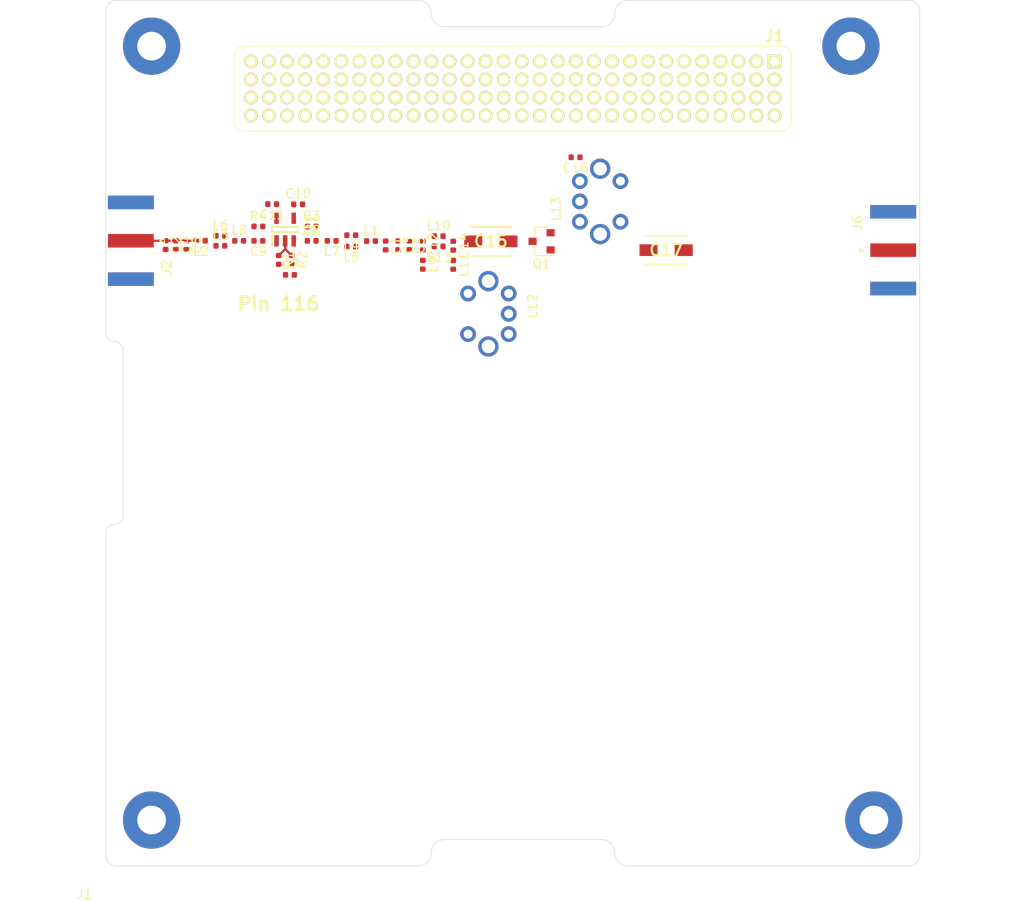
<source format=kicad_pcb>
(kicad_pcb (version 20171130) (host pcbnew "(5.1.5-0-10_14)")

  (general
    (thickness 1.6)
    (drawings 1)
    (tracks 5)
    (zones 0)
    (modules 39)
    (nets 23)
  )

  (page A4)
  (layers
    (0 F.Cu signal)
    (1 In1.Cu signal)
    (2 In2.Cu signal)
    (31 B.Cu signal)
    (32 B.Adhes user)
    (33 F.Adhes user)
    (34 B.Paste user)
    (35 F.Paste user)
    (36 B.SilkS user)
    (37 F.SilkS user)
    (38 B.Mask user)
    (39 F.Mask user)
    (40 Dwgs.User user)
    (41 Cmts.User user)
    (42 Eco1.User user)
    (43 Eco2.User user)
    (44 Edge.Cuts user)
    (45 Margin user)
    (46 B.CrtYd user)
    (47 F.CrtYd user)
    (48 B.Fab user)
    (49 F.Fab user)
  )

  (setup
    (last_trace_width 0.25)
    (trace_clearance 0.2)
    (zone_clearance 0.508)
    (zone_45_only no)
    (trace_min 0.2)
    (via_size 0.8)
    (via_drill 0.4)
    (via_min_size 0.4)
    (via_min_drill 0.3)
    (uvia_size 0.3)
    (uvia_drill 0.1)
    (uvias_allowed no)
    (uvia_min_size 0.2)
    (uvia_min_drill 0.1)
    (edge_width 0.05)
    (segment_width 0.2)
    (pcb_text_width 0.3)
    (pcb_text_size 1.5 1.5)
    (mod_edge_width 0.12)
    (mod_text_size 1 1)
    (mod_text_width 0.15)
    (pad_size 1.75 1.75)
    (pad_drill 1)
    (pad_to_mask_clearance 0.051)
    (solder_mask_min_width 0.25)
    (aux_axis_origin 0 0)
    (visible_elements FFFFFF7F)
    (pcbplotparams
      (layerselection 0x010fc_ffffffff)
      (usegerberextensions false)
      (usegerberattributes false)
      (usegerberadvancedattributes false)
      (creategerberjobfile false)
      (excludeedgelayer true)
      (linewidth 0.100000)
      (plotframeref false)
      (viasonmask false)
      (mode 1)
      (useauxorigin false)
      (hpglpennumber 1)
      (hpglpenspeed 20)
      (hpglpendiameter 15.000000)
      (psnegative false)
      (psa4output false)
      (plotreference true)
      (plotvalue true)
      (plotinvisibletext false)
      (padsonsilk false)
      (subtractmaskfromsilk false)
      (outputformat 1)
      (mirror false)
      (drillshape 1)
      (scaleselection 1)
      (outputdirectory ""))
  )

  (net 0 "")
  (net 1 GND)
  (net 2 "/Variable Attenuator/Variable_Attenuator_Out")
  (net 3 "Net-(C2-Pad1)")
  (net 4 "Net-(C8-Pad2)")
  (net 5 "Net-(C8-Pad1)")
  (net 6 "Net-(C9-Pad2)")
  (net 7 "Net-(C9-Pad1)")
  (net 8 +5V)
  (net 9 "/Image Reject Filter/Variable_Attenuator_Out")
  (net 10 "Net-(C12-Pad2)")
  (net 11 "/Image Reject Filter/Image_Reject_Out")
  (net 12 "Net-(C14-Pad2)")
  (net 13 "Net-(C15-Pad1)")
  (net 14 +8V)
  (net 15 "Net-(C17-Pad2)")
  (net 16 "/Low Noise Amplifier/LNAout")
  (net 17 "Net-(L1-Pad1)")
  (net 18 "Net-(L2-Pad1)")
  (net 19 "Net-(L3-Pad2)")
  (net 20 "Net-(L4-Pad2)")
  (net 21 "Net-(R1-Pad1)")
  (net 22 "/Variable Attenuator/Control_Voltage_From_MicroController")

  (net_class Default "This is the default net class."
    (clearance 0.2)
    (trace_width 0.25)
    (via_dia 0.8)
    (via_drill 0.4)
    (uvia_dia 0.3)
    (uvia_drill 0.1)
    (add_net +5V)
    (add_net +8V)
    (add_net "/Image Reject Filter/Image_Reject_Out")
    (add_net "/Image Reject Filter/Variable_Attenuator_Out")
    (add_net "/Low Noise Amplifier/LNAout")
    (add_net "/Variable Attenuator/Control_Voltage_From_MicroController")
    (add_net "/Variable Attenuator/Variable_Attenuator_Out")
    (add_net GND)
    (add_net "Net-(C12-Pad2)")
    (add_net "Net-(C14-Pad2)")
    (add_net "Net-(C15-Pad1)")
    (add_net "Net-(C17-Pad2)")
    (add_net "Net-(C2-Pad1)")
    (add_net "Net-(C8-Pad1)")
    (add_net "Net-(C8-Pad2)")
    (add_net "Net-(C9-Pad1)")
    (add_net "Net-(C9-Pad2)")
    (add_net "Net-(L1-Pad1)")
    (add_net "Net-(L2-Pad1)")
    (add_net "Net-(L3-Pad2)")
    (add_net "Net-(L4-Pad2)")
    (add_net "Net-(R1-Pad1)")
  )

  (module Capacitor_SMD:C_0402_1005Metric (layer F.Cu) (tedit 5B301BBE) (tstamp 5EA25B5C)
    (at 159.49 63.73 270)
    (descr "Capacitor SMD 0402 (1005 Metric), square (rectangular) end terminal, IPC_7351 nominal, (Body size source: http://www.tortai-tech.com/upload/download/2011102023233369053.pdf), generated with kicad-footprint-generator")
    (tags capacitor)
    (path /5E9B72A2/5E4FD576)
    (attr smd)
    (fp_text reference C1 (at 0 -1.17 90) (layer F.SilkS)
      (effects (font (size 1 1) (thickness 0.15)))
    )
    (fp_text value 220pF (at 0 1.17 90) (layer F.Fab)
      (effects (font (size 1 1) (thickness 0.15)))
    )
    (fp_text user %R (at 0 0 90) (layer F.Fab)
      (effects (font (size 0.25 0.25) (thickness 0.04)))
    )
    (fp_line (start 0.93 0.47) (end -0.93 0.47) (layer F.CrtYd) (width 0.05))
    (fp_line (start 0.93 -0.47) (end 0.93 0.47) (layer F.CrtYd) (width 0.05))
    (fp_line (start -0.93 -0.47) (end 0.93 -0.47) (layer F.CrtYd) (width 0.05))
    (fp_line (start -0.93 0.47) (end -0.93 -0.47) (layer F.CrtYd) (width 0.05))
    (fp_line (start 0.5 0.25) (end -0.5 0.25) (layer F.Fab) (width 0.1))
    (fp_line (start 0.5 -0.25) (end 0.5 0.25) (layer F.Fab) (width 0.1))
    (fp_line (start -0.5 -0.25) (end 0.5 -0.25) (layer F.Fab) (width 0.1))
    (fp_line (start -0.5 0.25) (end -0.5 -0.25) (layer F.Fab) (width 0.1))
    (pad 2 smd roundrect (at 0.485 0 270) (size 0.59 0.64) (layers F.Cu F.Paste F.Mask) (roundrect_rratio 0.25)
      (net 1 GND))
    (pad 1 smd roundrect (at -0.485 0 270) (size 0.59 0.64) (layers F.Cu F.Paste F.Mask) (roundrect_rratio 0.25)
      (net 2 "/Variable Attenuator/Variable_Attenuator_Out"))
    (model ${KISYS3DMOD}/Capacitor_SMD.3dshapes/C_0402_1005Metric.wrl
      (at (xyz 0 0 0))
      (scale (xyz 1 1 1))
      (rotate (xyz 0 0 0))
    )
  )

  (module Capacitor_SMD:C_0402_1005Metric (layer F.Cu) (tedit 5B301BBE) (tstamp 5EA25B6B)
    (at 135.115 63.69 270)
    (descr "Capacitor SMD 0402 (1005 Metric), square (rectangular) end terminal, IPC_7351 nominal, (Body size source: http://www.tortai-tech.com/upload/download/2011102023233369053.pdf), generated with kicad-footprint-generator")
    (tags capacitor)
    (path /5E9B72A2/5E4DCA79)
    (attr smd)
    (fp_text reference C2 (at 0 -1.17 90) (layer F.SilkS)
      (effects (font (size 1 1) (thickness 0.15)))
    )
    (fp_text value 220pF (at 0 1.17 90) (layer F.Fab)
      (effects (font (size 1 1) (thickness 0.15)))
    )
    (fp_text user %R (at 0 0 90) (layer F.Fab)
      (effects (font (size 0.25 0.25) (thickness 0.04)))
    )
    (fp_line (start 0.93 0.47) (end -0.93 0.47) (layer F.CrtYd) (width 0.05))
    (fp_line (start 0.93 -0.47) (end 0.93 0.47) (layer F.CrtYd) (width 0.05))
    (fp_line (start -0.93 -0.47) (end 0.93 -0.47) (layer F.CrtYd) (width 0.05))
    (fp_line (start -0.93 0.47) (end -0.93 -0.47) (layer F.CrtYd) (width 0.05))
    (fp_line (start 0.5 0.25) (end -0.5 0.25) (layer F.Fab) (width 0.1))
    (fp_line (start 0.5 -0.25) (end 0.5 0.25) (layer F.Fab) (width 0.1))
    (fp_line (start -0.5 -0.25) (end 0.5 -0.25) (layer F.Fab) (width 0.1))
    (fp_line (start -0.5 0.25) (end -0.5 -0.25) (layer F.Fab) (width 0.1))
    (pad 2 smd roundrect (at 0.485 0 270) (size 0.59 0.64) (layers F.Cu F.Paste F.Mask) (roundrect_rratio 0.25)
      (net 1 GND))
    (pad 1 smd roundrect (at -0.485 0 270) (size 0.59 0.64) (layers F.Cu F.Paste F.Mask) (roundrect_rratio 0.25)
      (net 3 "Net-(C2-Pad1)"))
    (model ${KISYS3DMOD}/Capacitor_SMD.3dshapes/C_0402_1005Metric.wrl
      (at (xyz 0 0 0))
      (scale (xyz 1 1 1))
      (rotate (xyz 0 0 0))
    )
  )

  (module Capacitor_SMD:C_0402_1005Metric (layer F.Cu) (tedit 5B301BBE) (tstamp 5EA25B7A)
    (at 160.87 63.715 270)
    (descr "Capacitor SMD 0402 (1005 Metric), square (rectangular) end terminal, IPC_7351 nominal, (Body size source: http://www.tortai-tech.com/upload/download/2011102023233369053.pdf), generated with kicad-footprint-generator")
    (tags capacitor)
    (path /5E9B72A2/5E4FD57C)
    (attr smd)
    (fp_text reference C3 (at 0 -1.17 90) (layer F.SilkS)
      (effects (font (size 1 1) (thickness 0.15)))
    )
    (fp_text value 22pF (at 0 1.17 90) (layer F.Fab)
      (effects (font (size 1 1) (thickness 0.15)))
    )
    (fp_line (start -0.5 0.25) (end -0.5 -0.25) (layer F.Fab) (width 0.1))
    (fp_line (start -0.5 -0.25) (end 0.5 -0.25) (layer F.Fab) (width 0.1))
    (fp_line (start 0.5 -0.25) (end 0.5 0.25) (layer F.Fab) (width 0.1))
    (fp_line (start 0.5 0.25) (end -0.5 0.25) (layer F.Fab) (width 0.1))
    (fp_line (start -0.93 0.47) (end -0.93 -0.47) (layer F.CrtYd) (width 0.05))
    (fp_line (start -0.93 -0.47) (end 0.93 -0.47) (layer F.CrtYd) (width 0.05))
    (fp_line (start 0.93 -0.47) (end 0.93 0.47) (layer F.CrtYd) (width 0.05))
    (fp_line (start 0.93 0.47) (end -0.93 0.47) (layer F.CrtYd) (width 0.05))
    (fp_text user %R (at 0 0 90) (layer F.Fab)
      (effects (font (size 0.25 0.25) (thickness 0.04)))
    )
    (pad 1 smd roundrect (at -0.485 0 270) (size 0.59 0.64) (layers F.Cu F.Paste F.Mask) (roundrect_rratio 0.25)
      (net 2 "/Variable Attenuator/Variable_Attenuator_Out"))
    (pad 2 smd roundrect (at 0.485 0 270) (size 0.59 0.64) (layers F.Cu F.Paste F.Mask) (roundrect_rratio 0.25)
      (net 1 GND))
    (model ${KISYS3DMOD}/Capacitor_SMD.3dshapes/C_0402_1005Metric.wrl
      (at (xyz 0 0 0))
      (scale (xyz 1 1 1))
      (rotate (xyz 0 0 0))
    )
  )

  (module Capacitor_SMD:C_0402_1005Metric (layer F.Cu) (tedit 5B301BBE) (tstamp 5EA25B89)
    (at 136.24 63.695 270)
    (descr "Capacitor SMD 0402 (1005 Metric), square (rectangular) end terminal, IPC_7351 nominal, (Body size source: http://www.tortai-tech.com/upload/download/2011102023233369053.pdf), generated with kicad-footprint-generator")
    (tags capacitor)
    (path /5E9B72A2/5E4DDC62)
    (attr smd)
    (fp_text reference C4 (at 0 -1.17 90) (layer F.SilkS)
      (effects (font (size 1 1) (thickness 0.15)))
    )
    (fp_text value 22pF (at 0 1.17 90) (layer F.Fab)
      (effects (font (size 1 1) (thickness 0.15)))
    )
    (fp_text user %R (at 0 0 90) (layer F.Fab)
      (effects (font (size 0.25 0.25) (thickness 0.04)))
    )
    (fp_line (start 0.93 0.47) (end -0.93 0.47) (layer F.CrtYd) (width 0.05))
    (fp_line (start 0.93 -0.47) (end 0.93 0.47) (layer F.CrtYd) (width 0.05))
    (fp_line (start -0.93 -0.47) (end 0.93 -0.47) (layer F.CrtYd) (width 0.05))
    (fp_line (start -0.93 0.47) (end -0.93 -0.47) (layer F.CrtYd) (width 0.05))
    (fp_line (start 0.5 0.25) (end -0.5 0.25) (layer F.Fab) (width 0.1))
    (fp_line (start 0.5 -0.25) (end 0.5 0.25) (layer F.Fab) (width 0.1))
    (fp_line (start -0.5 -0.25) (end 0.5 -0.25) (layer F.Fab) (width 0.1))
    (fp_line (start -0.5 0.25) (end -0.5 -0.25) (layer F.Fab) (width 0.1))
    (pad 2 smd roundrect (at 0.485 0 270) (size 0.59 0.64) (layers F.Cu F.Paste F.Mask) (roundrect_rratio 0.25)
      (net 1 GND))
    (pad 1 smd roundrect (at -0.485 0 270) (size 0.59 0.64) (layers F.Cu F.Paste F.Mask) (roundrect_rratio 0.25)
      (net 3 "Net-(C2-Pad1)"))
    (model ${KISYS3DMOD}/Capacitor_SMD.3dshapes/C_0402_1005Metric.wrl
      (at (xyz 0 0 0))
      (scale (xyz 1 1 1))
      (rotate (xyz 0 0 0))
    )
  )

  (module Capacitor_SMD:C_0402_1005Metric (layer F.Cu) (tedit 5B301BBE) (tstamp 5EA25B98)
    (at 162.11 63.72 270)
    (descr "Capacitor SMD 0402 (1005 Metric), square (rectangular) end terminal, IPC_7351 nominal, (Body size source: http://www.tortai-tech.com/upload/download/2011102023233369053.pdf), generated with kicad-footprint-generator")
    (tags capacitor)
    (path /5E9B72A2/5E4FD582)
    (attr smd)
    (fp_text reference C5 (at 0 -1.17 90) (layer F.SilkS)
      (effects (font (size 1 1) (thickness 0.15)))
    )
    (fp_text value 330pF (at 0 1.17 90) (layer F.Fab)
      (effects (font (size 1 1) (thickness 0.15)))
    )
    (fp_text user %R (at 0 0 90) (layer F.Fab)
      (effects (font (size 0.25 0.25) (thickness 0.04)))
    )
    (fp_line (start 0.93 0.47) (end -0.93 0.47) (layer F.CrtYd) (width 0.05))
    (fp_line (start 0.93 -0.47) (end 0.93 0.47) (layer F.CrtYd) (width 0.05))
    (fp_line (start -0.93 -0.47) (end 0.93 -0.47) (layer F.CrtYd) (width 0.05))
    (fp_line (start -0.93 0.47) (end -0.93 -0.47) (layer F.CrtYd) (width 0.05))
    (fp_line (start 0.5 0.25) (end -0.5 0.25) (layer F.Fab) (width 0.1))
    (fp_line (start 0.5 -0.25) (end 0.5 0.25) (layer F.Fab) (width 0.1))
    (fp_line (start -0.5 -0.25) (end 0.5 -0.25) (layer F.Fab) (width 0.1))
    (fp_line (start -0.5 0.25) (end -0.5 -0.25) (layer F.Fab) (width 0.1))
    (pad 2 smd roundrect (at 0.485 0 270) (size 0.59 0.64) (layers F.Cu F.Paste F.Mask) (roundrect_rratio 0.25)
      (net 1 GND))
    (pad 1 smd roundrect (at -0.485 0 270) (size 0.59 0.64) (layers F.Cu F.Paste F.Mask) (roundrect_rratio 0.25)
      (net 2 "/Variable Attenuator/Variable_Attenuator_Out"))
    (model ${KISYS3DMOD}/Capacitor_SMD.3dshapes/C_0402_1005Metric.wrl
      (at (xyz 0 0 0))
      (scale (xyz 1 1 1))
      (rotate (xyz 0 0 0))
    )
  )

  (module Capacitor_SMD:C_0402_1005Metric (layer F.Cu) (tedit 5B301BBE) (tstamp 5EA25BA7)
    (at 137.4 63.695 270)
    (descr "Capacitor SMD 0402 (1005 Metric), square (rectangular) end terminal, IPC_7351 nominal, (Body size source: http://www.tortai-tech.com/upload/download/2011102023233369053.pdf), generated with kicad-footprint-generator")
    (tags capacitor)
    (path /5E9B72A2/5E4DDE94)
    (attr smd)
    (fp_text reference C6 (at 0 -1.17 90) (layer F.SilkS)
      (effects (font (size 1 1) (thickness 0.15)))
    )
    (fp_text value 330pF (at 0 1.17 90) (layer F.Fab)
      (effects (font (size 1 1) (thickness 0.15)))
    )
    (fp_line (start -0.5 0.25) (end -0.5 -0.25) (layer F.Fab) (width 0.1))
    (fp_line (start -0.5 -0.25) (end 0.5 -0.25) (layer F.Fab) (width 0.1))
    (fp_line (start 0.5 -0.25) (end 0.5 0.25) (layer F.Fab) (width 0.1))
    (fp_line (start 0.5 0.25) (end -0.5 0.25) (layer F.Fab) (width 0.1))
    (fp_line (start -0.93 0.47) (end -0.93 -0.47) (layer F.CrtYd) (width 0.05))
    (fp_line (start -0.93 -0.47) (end 0.93 -0.47) (layer F.CrtYd) (width 0.05))
    (fp_line (start 0.93 -0.47) (end 0.93 0.47) (layer F.CrtYd) (width 0.05))
    (fp_line (start 0.93 0.47) (end -0.93 0.47) (layer F.CrtYd) (width 0.05))
    (fp_text user %R (at 0 0 90) (layer F.Fab)
      (effects (font (size 0.25 0.25) (thickness 0.04)))
    )
    (pad 1 smd roundrect (at -0.485 0 270) (size 0.59 0.64) (layers F.Cu F.Paste F.Mask) (roundrect_rratio 0.25)
      (net 3 "Net-(C2-Pad1)"))
    (pad 2 smd roundrect (at 0.485 0 270) (size 0.59 0.64) (layers F.Cu F.Paste F.Mask) (roundrect_rratio 0.25)
      (net 1 GND))
    (model ${KISYS3DMOD}/Capacitor_SMD.3dshapes/C_0402_1005Metric.wrl
      (at (xyz 0 0 0))
      (scale (xyz 1 1 1))
      (rotate (xyz 0 0 0))
    )
  )

  (module Capacitor_SMD:C_0402_1005Metric (layer F.Cu) (tedit 5B301BBE) (tstamp 5EA25BB6)
    (at 148.885 66.99)
    (descr "Capacitor SMD 0402 (1005 Metric), square (rectangular) end terminal, IPC_7351 nominal, (Body size source: http://www.tortai-tech.com/upload/download/2011102023233369053.pdf), generated with kicad-footprint-generator")
    (tags capacitor)
    (path /5E9B72A2/5E4EF604)
    (attr smd)
    (fp_text reference C7 (at 0 -1.17) (layer F.SilkS)
      (effects (font (size 1 1) (thickness 0.15)))
    )
    (fp_text value 10nH (at 0 1.17) (layer F.Fab)
      (effects (font (size 1 1) (thickness 0.15)))
    )
    (fp_line (start -0.5 0.25) (end -0.5 -0.25) (layer F.Fab) (width 0.1))
    (fp_line (start -0.5 -0.25) (end 0.5 -0.25) (layer F.Fab) (width 0.1))
    (fp_line (start 0.5 -0.25) (end 0.5 0.25) (layer F.Fab) (width 0.1))
    (fp_line (start 0.5 0.25) (end -0.5 0.25) (layer F.Fab) (width 0.1))
    (fp_line (start -0.93 0.47) (end -0.93 -0.47) (layer F.CrtYd) (width 0.05))
    (fp_line (start -0.93 -0.47) (end 0.93 -0.47) (layer F.CrtYd) (width 0.05))
    (fp_line (start 0.93 -0.47) (end 0.93 0.47) (layer F.CrtYd) (width 0.05))
    (fp_line (start 0.93 0.47) (end -0.93 0.47) (layer F.CrtYd) (width 0.05))
    (fp_text user %R (at 0 0) (layer F.Fab)
      (effects (font (size 0.25 0.25) (thickness 0.04)))
    )
    (pad 1 smd roundrect (at -0.485 0) (size 0.59 0.64) (layers F.Cu F.Paste F.Mask) (roundrect_rratio 0.25)
      (net 22 "/Variable Attenuator/Control_Voltage_From_MicroController"))
    (pad 2 smd roundrect (at 0.485 0) (size 0.59 0.64) (layers F.Cu F.Paste F.Mask) (roundrect_rratio 0.25)
      (net 1 GND))
    (model ${KISYS3DMOD}/Capacitor_SMD.3dshapes/C_0402_1005Metric.wrl
      (at (xyz 0 0 0))
      (scale (xyz 1 1 1))
      (rotate (xyz 0 0 0))
    )
  )

  (module Capacitor_SMD:C_0402_1005Metric (layer F.Cu) (tedit 5B301BBE) (tstamp 5EA25BC5)
    (at 151.295 63.22)
    (descr "Capacitor SMD 0402 (1005 Metric), square (rectangular) end terminal, IPC_7351 nominal, (Body size source: http://www.tortai-tech.com/upload/download/2011102023233369053.pdf), generated with kicad-footprint-generator")
    (tags capacitor)
    (path /5E9B72A2/5E4FD5A0)
    (attr smd)
    (fp_text reference C8 (at 0 -1.17) (layer F.SilkS)
      (effects (font (size 1 1) (thickness 0.15)))
    )
    (fp_text value 10nF (at 0 1.17) (layer F.Fab)
      (effects (font (size 1 1) (thickness 0.15)))
    )
    (fp_text user %R (at 0 0) (layer F.Fab)
      (effects (font (size 0.25 0.25) (thickness 0.04)))
    )
    (fp_line (start 0.93 0.47) (end -0.93 0.47) (layer F.CrtYd) (width 0.05))
    (fp_line (start 0.93 -0.47) (end 0.93 0.47) (layer F.CrtYd) (width 0.05))
    (fp_line (start -0.93 -0.47) (end 0.93 -0.47) (layer F.CrtYd) (width 0.05))
    (fp_line (start -0.93 0.47) (end -0.93 -0.47) (layer F.CrtYd) (width 0.05))
    (fp_line (start 0.5 0.25) (end -0.5 0.25) (layer F.Fab) (width 0.1))
    (fp_line (start 0.5 -0.25) (end 0.5 0.25) (layer F.Fab) (width 0.1))
    (fp_line (start -0.5 -0.25) (end 0.5 -0.25) (layer F.Fab) (width 0.1))
    (fp_line (start -0.5 0.25) (end -0.5 -0.25) (layer F.Fab) (width 0.1))
    (pad 2 smd roundrect (at 0.485 0) (size 0.59 0.64) (layers F.Cu F.Paste F.Mask) (roundrect_rratio 0.25)
      (net 4 "Net-(C8-Pad2)"))
    (pad 1 smd roundrect (at -0.485 0) (size 0.59 0.64) (layers F.Cu F.Paste F.Mask) (roundrect_rratio 0.25)
      (net 5 "Net-(C8-Pad1)"))
    (model ${KISYS3DMOD}/Capacitor_SMD.3dshapes/C_0402_1005Metric.wrl
      (at (xyz 0 0 0))
      (scale (xyz 1 1 1))
      (rotate (xyz 0 0 0))
    )
  )

  (module Capacitor_SMD:C_0402_1005Metric (layer F.Cu) (tedit 5B301BBE) (tstamp 5EA25BD4)
    (at 145.39 63.22 180)
    (descr "Capacitor SMD 0402 (1005 Metric), square (rectangular) end terminal, IPC_7351 nominal, (Body size source: http://www.tortai-tech.com/upload/download/2011102023233369053.pdf), generated with kicad-footprint-generator")
    (tags capacitor)
    (path /5E9B72A2/5E4DFCC0)
    (attr smd)
    (fp_text reference C9 (at 0 -1.17) (layer F.SilkS)
      (effects (font (size 1 1) (thickness 0.15)))
    )
    (fp_text value 10nF (at 0 1.17) (layer F.Fab)
      (effects (font (size 1 1) (thickness 0.15)))
    )
    (fp_text user %R (at 0 0) (layer F.Fab)
      (effects (font (size 0.25 0.25) (thickness 0.04)))
    )
    (fp_line (start 0.93 0.47) (end -0.93 0.47) (layer F.CrtYd) (width 0.05))
    (fp_line (start 0.93 -0.47) (end 0.93 0.47) (layer F.CrtYd) (width 0.05))
    (fp_line (start -0.93 -0.47) (end 0.93 -0.47) (layer F.CrtYd) (width 0.05))
    (fp_line (start -0.93 0.47) (end -0.93 -0.47) (layer F.CrtYd) (width 0.05))
    (fp_line (start 0.5 0.25) (end -0.5 0.25) (layer F.Fab) (width 0.1))
    (fp_line (start 0.5 -0.25) (end 0.5 0.25) (layer F.Fab) (width 0.1))
    (fp_line (start -0.5 -0.25) (end 0.5 -0.25) (layer F.Fab) (width 0.1))
    (fp_line (start -0.5 0.25) (end -0.5 -0.25) (layer F.Fab) (width 0.1))
    (pad 2 smd roundrect (at 0.485 0 180) (size 0.59 0.64) (layers F.Cu F.Paste F.Mask) (roundrect_rratio 0.25)
      (net 6 "Net-(C9-Pad2)"))
    (pad 1 smd roundrect (at -0.485 0 180) (size 0.59 0.64) (layers F.Cu F.Paste F.Mask) (roundrect_rratio 0.25)
      (net 7 "Net-(C9-Pad1)"))
    (model ${KISYS3DMOD}/Capacitor_SMD.3dshapes/C_0402_1005Metric.wrl
      (at (xyz 0 0 0))
      (scale (xyz 1 1 1))
      (rotate (xyz 0 0 0))
    )
  )

  (module Capacitor_SMD:C_0402_1005Metric (layer F.Cu) (tedit 5B301BBE) (tstamp 5EA25BE3)
    (at 149.79 59.17)
    (descr "Capacitor SMD 0402 (1005 Metric), square (rectangular) end terminal, IPC_7351 nominal, (Body size source: http://www.tortai-tech.com/upload/download/2011102023233369053.pdf), generated with kicad-footprint-generator")
    (tags capacitor)
    (path /5E9B72A2/5E504A1F)
    (attr smd)
    (fp_text reference C10 (at 0 -1.17) (layer F.SilkS)
      (effects (font (size 1 1) (thickness 0.15)))
    )
    (fp_text value 10nF (at 0 1.17) (layer F.Fab)
      (effects (font (size 1 1) (thickness 0.15)))
    )
    (fp_line (start -0.5 0.25) (end -0.5 -0.25) (layer F.Fab) (width 0.1))
    (fp_line (start -0.5 -0.25) (end 0.5 -0.25) (layer F.Fab) (width 0.1))
    (fp_line (start 0.5 -0.25) (end 0.5 0.25) (layer F.Fab) (width 0.1))
    (fp_line (start 0.5 0.25) (end -0.5 0.25) (layer F.Fab) (width 0.1))
    (fp_line (start -0.93 0.47) (end -0.93 -0.47) (layer F.CrtYd) (width 0.05))
    (fp_line (start -0.93 -0.47) (end 0.93 -0.47) (layer F.CrtYd) (width 0.05))
    (fp_line (start 0.93 -0.47) (end 0.93 0.47) (layer F.CrtYd) (width 0.05))
    (fp_line (start 0.93 0.47) (end -0.93 0.47) (layer F.CrtYd) (width 0.05))
    (fp_text user %R (at 0 0) (layer F.Fab)
      (effects (font (size 0.25 0.25) (thickness 0.04)))
    )
    (pad 1 smd roundrect (at -0.485 0) (size 0.59 0.64) (layers F.Cu F.Paste F.Mask) (roundrect_rratio 0.25)
      (net 8 +5V))
    (pad 2 smd roundrect (at 0.485 0) (size 0.59 0.64) (layers F.Cu F.Paste F.Mask) (roundrect_rratio 0.25)
      (net 1 GND))
    (model ${KISYS3DMOD}/Capacitor_SMD.3dshapes/C_0402_1005Metric.wrl
      (at (xyz 0 0 0))
      (scale (xyz 1 1 1))
      (rotate (xyz 0 0 0))
    )
  )

  (module Capacitor_SMD:C_0402_1005Metric (layer F.Cu) (tedit 5B301BBE) (tstamp 5EA25BF2)
    (at 146.915 59.15 180)
    (descr "Capacitor SMD 0402 (1005 Metric), square (rectangular) end terminal, IPC_7351 nominal, (Body size source: http://www.tortai-tech.com/upload/download/2011102023233369053.pdf), generated with kicad-footprint-generator")
    (tags capacitor)
    (path /5E9B72A2/5E50432A)
    (attr smd)
    (fp_text reference C11 (at 0 -1.17) (layer F.SilkS)
      (effects (font (size 1 1) (thickness 0.15)))
    )
    (fp_text value 10nF (at 0 1.17) (layer F.Fab)
      (effects (font (size 1 1) (thickness 0.15)))
    )
    (fp_line (start -0.5 0.25) (end -0.5 -0.25) (layer F.Fab) (width 0.1))
    (fp_line (start -0.5 -0.25) (end 0.5 -0.25) (layer F.Fab) (width 0.1))
    (fp_line (start 0.5 -0.25) (end 0.5 0.25) (layer F.Fab) (width 0.1))
    (fp_line (start 0.5 0.25) (end -0.5 0.25) (layer F.Fab) (width 0.1))
    (fp_line (start -0.93 0.47) (end -0.93 -0.47) (layer F.CrtYd) (width 0.05))
    (fp_line (start -0.93 -0.47) (end 0.93 -0.47) (layer F.CrtYd) (width 0.05))
    (fp_line (start 0.93 -0.47) (end 0.93 0.47) (layer F.CrtYd) (width 0.05))
    (fp_line (start 0.93 0.47) (end -0.93 0.47) (layer F.CrtYd) (width 0.05))
    (fp_text user %R (at 0 0) (layer F.Fab)
      (effects (font (size 0.25 0.25) (thickness 0.04)))
    )
    (pad 1 smd roundrect (at -0.485 0 180) (size 0.59 0.64) (layers F.Cu F.Paste F.Mask) (roundrect_rratio 0.25)
      (net 8 +5V))
    (pad 2 smd roundrect (at 0.485 0 180) (size 0.59 0.64) (layers F.Cu F.Paste F.Mask) (roundrect_rratio 0.25)
      (net 1 GND))
    (model ${KISYS3DMOD}/Capacitor_SMD.3dshapes/C_0402_1005Metric.wrl
      (at (xyz 0 0 0))
      (scale (xyz 1 1 1))
      (rotate (xyz 0 0 0))
    )
  )

  (module Capacitor_SMD:C_0402_1005Metric (layer F.Cu) (tedit 5B301BBE) (tstamp 5EA25C01)
    (at 163.6 63.735 270)
    (descr "Capacitor SMD 0402 (1005 Metric), square (rectangular) end terminal, IPC_7351 nominal, (Body size source: http://www.tortai-tech.com/upload/download/2011102023233369053.pdf), generated with kicad-footprint-generator")
    (tags capacitor)
    (path /5E9B72E0/5CAD0F21)
    (attr smd)
    (fp_text reference C12 (at 0 -1.17 90) (layer F.SilkS)
      (effects (font (size 1 1) (thickness 0.15)))
    )
    (fp_text value 27pF (at 0 1.17 90) (layer F.Fab)
      (effects (font (size 1 1) (thickness 0.15)))
    )
    (fp_line (start -0.5 0.25) (end -0.5 -0.25) (layer F.Fab) (width 0.1))
    (fp_line (start -0.5 -0.25) (end 0.5 -0.25) (layer F.Fab) (width 0.1))
    (fp_line (start 0.5 -0.25) (end 0.5 0.25) (layer F.Fab) (width 0.1))
    (fp_line (start 0.5 0.25) (end -0.5 0.25) (layer F.Fab) (width 0.1))
    (fp_line (start -0.93 0.47) (end -0.93 -0.47) (layer F.CrtYd) (width 0.05))
    (fp_line (start -0.93 -0.47) (end 0.93 -0.47) (layer F.CrtYd) (width 0.05))
    (fp_line (start 0.93 -0.47) (end 0.93 0.47) (layer F.CrtYd) (width 0.05))
    (fp_line (start 0.93 0.47) (end -0.93 0.47) (layer F.CrtYd) (width 0.05))
    (fp_text user %R (at 0 0 90) (layer F.Fab)
      (effects (font (size 0.25 0.25) (thickness 0.04)))
    )
    (pad 1 smd roundrect (at -0.485 0 270) (size 0.59 0.64) (layers F.Cu F.Paste F.Mask) (roundrect_rratio 0.25)
      (net 9 "/Image Reject Filter/Variable_Attenuator_Out"))
    (pad 2 smd roundrect (at 0.485 0 270) (size 0.59 0.64) (layers F.Cu F.Paste F.Mask) (roundrect_rratio 0.25)
      (net 10 "Net-(C12-Pad2)"))
    (model ${KISYS3DMOD}/Capacitor_SMD.3dshapes/C_0402_1005Metric.wrl
      (at (xyz 0 0 0))
      (scale (xyz 1 1 1))
      (rotate (xyz 0 0 0))
    )
  )

  (module Capacitor_SMD:C_0402_1005Metric (layer F.Cu) (tedit 5B301BBE) (tstamp 5EA25C10)
    (at 165.355 63.83 180)
    (descr "Capacitor SMD 0402 (1005 Metric), square (rectangular) end terminal, IPC_7351 nominal, (Body size source: http://www.tortai-tech.com/upload/download/2011102023233369053.pdf), generated with kicad-footprint-generator")
    (tags capacitor)
    (path /5E9B72E0/5CAD10AE)
    (attr smd)
    (fp_text reference C13 (at -0.065 -1.26) (layer F.SilkS)
      (effects (font (size 1 1) (thickness 0.15)))
    )
    (fp_text value 180pF (at 0 1.17) (layer F.Fab)
      (effects (font (size 1 1) (thickness 0.15)))
    )
    (fp_line (start -0.5 0.25) (end -0.5 -0.25) (layer F.Fab) (width 0.1))
    (fp_line (start -0.5 -0.25) (end 0.5 -0.25) (layer F.Fab) (width 0.1))
    (fp_line (start 0.5 -0.25) (end 0.5 0.25) (layer F.Fab) (width 0.1))
    (fp_line (start 0.5 0.25) (end -0.5 0.25) (layer F.Fab) (width 0.1))
    (fp_line (start -0.93 0.47) (end -0.93 -0.47) (layer F.CrtYd) (width 0.05))
    (fp_line (start -0.93 -0.47) (end 0.93 -0.47) (layer F.CrtYd) (width 0.05))
    (fp_line (start 0.93 -0.47) (end 0.93 0.47) (layer F.CrtYd) (width 0.05))
    (fp_line (start 0.93 0.47) (end -0.93 0.47) (layer F.CrtYd) (width 0.05))
    (fp_text user %R (at 0 0) (layer F.Fab)
      (effects (font (size 0.25 0.25) (thickness 0.04)))
    )
    (pad 1 smd roundrect (at -0.485 0 180) (size 0.59 0.64) (layers F.Cu F.Paste F.Mask) (roundrect_rratio 0.25)
      (net 11 "/Image Reject Filter/Image_Reject_Out"))
    (pad 2 smd roundrect (at 0.485 0 180) (size 0.59 0.64) (layers F.Cu F.Paste F.Mask) (roundrect_rratio 0.25)
      (net 9 "/Image Reject Filter/Variable_Attenuator_Out"))
    (model ${KISYS3DMOD}/Capacitor_SMD.3dshapes/C_0402_1005Metric.wrl
      (at (xyz 0 0 0))
      (scale (xyz 1 1 1))
      (rotate (xyz 0 0 0))
    )
  )

  (module Capacitor_SMD:C_0402_1005Metric (layer F.Cu) (tedit 5B301BBE) (tstamp 5EA25C1F)
    (at 166.97 63.755 270)
    (descr "Capacitor SMD 0402 (1005 Metric), square (rectangular) end terminal, IPC_7351 nominal, (Body size source: http://www.tortai-tech.com/upload/download/2011102023233369053.pdf), generated with kicad-footprint-generator")
    (tags capacitor)
    (path /5E9B72E0/5CAD104E)
    (attr smd)
    (fp_text reference C14 (at 0 -1.17 90) (layer F.SilkS)
      (effects (font (size 1 1) (thickness 0.15)))
    )
    (fp_text value 27pF (at 0 1.17 90) (layer F.Fab)
      (effects (font (size 1 1) (thickness 0.15)))
    )
    (fp_text user %R (at 0 0 90) (layer F.Fab)
      (effects (font (size 0.25 0.25) (thickness 0.04)))
    )
    (fp_line (start 0.93 0.47) (end -0.93 0.47) (layer F.CrtYd) (width 0.05))
    (fp_line (start 0.93 -0.47) (end 0.93 0.47) (layer F.CrtYd) (width 0.05))
    (fp_line (start -0.93 -0.47) (end 0.93 -0.47) (layer F.CrtYd) (width 0.05))
    (fp_line (start -0.93 0.47) (end -0.93 -0.47) (layer F.CrtYd) (width 0.05))
    (fp_line (start 0.5 0.25) (end -0.5 0.25) (layer F.Fab) (width 0.1))
    (fp_line (start 0.5 -0.25) (end 0.5 0.25) (layer F.Fab) (width 0.1))
    (fp_line (start -0.5 -0.25) (end 0.5 -0.25) (layer F.Fab) (width 0.1))
    (fp_line (start -0.5 0.25) (end -0.5 -0.25) (layer F.Fab) (width 0.1))
    (pad 2 smd roundrect (at 0.485 0 270) (size 0.59 0.64) (layers F.Cu F.Paste F.Mask) (roundrect_rratio 0.25)
      (net 12 "Net-(C14-Pad2)"))
    (pad 1 smd roundrect (at -0.485 0 270) (size 0.59 0.64) (layers F.Cu F.Paste F.Mask) (roundrect_rratio 0.25)
      (net 11 "/Image Reject Filter/Image_Reject_Out"))
    (model ${KISYS3DMOD}/Capacitor_SMD.3dshapes/C_0402_1005Metric.wrl
      (at (xyz 0 0 0))
      (scale (xyz 1 1 1))
      (rotate (xyz 0 0 0))
    )
  )

  (module LT:CAP_trimmer_SGC3_Download (layer F.Cu) (tedit 5E4CAB9B) (tstamp 5EA25C30)
    (at 171.14 63.27 180)
    (descr SGC3S300)
    (tags Capacitor)
    (path /5E9B734B/5E4707C9)
    (attr smd)
    (fp_text reference C15 (at 0 0) (layer F.SilkS)
      (effects (font (size 1.27 1.27) (thickness 0.254)))
    )
    (fp_text value 8-30pF (at -0.254 -2.921) (layer F.SilkS) hide
      (effects (font (size 1.27 1.27) (thickness 0.254)))
    )
    (fp_text user %R (at 0 0) (layer F.Fab)
      (effects (font (size 1.27 1.27) (thickness 0.254)))
    )
    (fp_line (start -3.2 -2.055) (end 3.2 -2.055) (layer F.CrtYd) (width 0.05))
    (fp_line (start 3.2 -2.055) (end 3.2 2.055) (layer F.CrtYd) (width 0.05))
    (fp_line (start 3.2 2.055) (end -3.2 2.055) (layer F.CrtYd) (width 0.05))
    (fp_line (start -3.2 2.055) (end -3.2 -2.055) (layer F.CrtYd) (width 0.05))
    (fp_line (start -2.25 -1.6) (end 2.25 -1.6) (layer F.Fab) (width 0.1))
    (fp_line (start 2.25 -1.6) (end 2.25 1.6) (layer F.Fab) (width 0.1))
    (fp_line (start 2.25 1.6) (end -2.25 1.6) (layer F.Fab) (width 0.1))
    (fp_line (start -2.25 1.6) (end -2.25 -1.6) (layer F.Fab) (width 0.1))
    (fp_line (start 2.25 -1.6) (end -2.25 -1.6) (layer F.SilkS) (width 0.2))
    (fp_line (start -2.25 1.6) (end 2.25 1.6) (layer F.SilkS) (width 0.2))
    (pad 1 smd rect (at -1.95 0 270) (size 1.3 2) (layers F.Cu F.Paste F.Mask)
      (net 13 "Net-(C15-Pad1)"))
    (pad 2 smd rect (at 1.95 0 270) (size 1.3 2) (layers F.Cu F.Paste F.Mask))
    (model C:/Users/lfbarrag/Documents/SlugSat/GitHub/Schematics_PCBs/Step-Files/SGC3S300.stp
      (at (xyz 0 0 0))
      (scale (xyz 1 1 1))
      (rotate (xyz 0 0 0))
    )
  )

  (module Capacitor_SMD:C_0402_1005Metric (layer F.Cu) (tedit 5B301BBE) (tstamp 5EA25C3F)
    (at 180.525 53.96 180)
    (descr "Capacitor SMD 0402 (1005 Metric), square (rectangular) end terminal, IPC_7351 nominal, (Body size source: http://www.tortai-tech.com/upload/download/2011102023233369053.pdf), generated with kicad-footprint-generator")
    (tags capacitor)
    (path /5E9B734B/5E471017)
    (attr smd)
    (fp_text reference C16 (at 0 -1.17) (layer F.SilkS)
      (effects (font (size 1 1) (thickness 0.15)))
    )
    (fp_text value 1uF (at 0 1.17) (layer F.Fab)
      (effects (font (size 1 1) (thickness 0.15)))
    )
    (fp_line (start -0.5 0.25) (end -0.5 -0.25) (layer F.Fab) (width 0.1))
    (fp_line (start -0.5 -0.25) (end 0.5 -0.25) (layer F.Fab) (width 0.1))
    (fp_line (start 0.5 -0.25) (end 0.5 0.25) (layer F.Fab) (width 0.1))
    (fp_line (start 0.5 0.25) (end -0.5 0.25) (layer F.Fab) (width 0.1))
    (fp_line (start -0.93 0.47) (end -0.93 -0.47) (layer F.CrtYd) (width 0.05))
    (fp_line (start -0.93 -0.47) (end 0.93 -0.47) (layer F.CrtYd) (width 0.05))
    (fp_line (start 0.93 -0.47) (end 0.93 0.47) (layer F.CrtYd) (width 0.05))
    (fp_line (start 0.93 0.47) (end -0.93 0.47) (layer F.CrtYd) (width 0.05))
    (fp_text user %R (at 0 0) (layer F.Fab)
      (effects (font (size 0.25 0.25) (thickness 0.04)))
    )
    (pad 1 smd roundrect (at -0.485 0 180) (size 0.59 0.64) (layers F.Cu F.Paste F.Mask) (roundrect_rratio 0.25)
      (net 14 +8V))
    (pad 2 smd roundrect (at 0.485 0 180) (size 0.59 0.64) (layers F.Cu F.Paste F.Mask) (roundrect_rratio 0.25)
      (net 1 GND))
    (model ${KISYS3DMOD}/Capacitor_SMD.3dshapes/C_0402_1005Metric.wrl
      (at (xyz 0 0 0))
      (scale (xyz 1 1 1))
      (rotate (xyz 0 0 0))
    )
  )

  (module LT:CAP_trimmer_SGC3_Download (layer F.Cu) (tedit 5E4CAB9B) (tstamp 5EA25C50)
    (at 190.56 64.25 180)
    (descr SGC3S300)
    (tags Capacitor)
    (path /5E9B734B/5E470B62)
    (attr smd)
    (fp_text reference C17 (at 0 0) (layer F.SilkS)
      (effects (font (size 1.27 1.27) (thickness 0.254)))
    )
    (fp_text value 8-30pF (at -0.254 -2.921) (layer F.SilkS) hide
      (effects (font (size 1.27 1.27) (thickness 0.254)))
    )
    (fp_line (start -2.25 1.6) (end 2.25 1.6) (layer F.SilkS) (width 0.2))
    (fp_line (start 2.25 -1.6) (end -2.25 -1.6) (layer F.SilkS) (width 0.2))
    (fp_line (start -2.25 1.6) (end -2.25 -1.6) (layer F.Fab) (width 0.1))
    (fp_line (start 2.25 1.6) (end -2.25 1.6) (layer F.Fab) (width 0.1))
    (fp_line (start 2.25 -1.6) (end 2.25 1.6) (layer F.Fab) (width 0.1))
    (fp_line (start -2.25 -1.6) (end 2.25 -1.6) (layer F.Fab) (width 0.1))
    (fp_line (start -3.2 2.055) (end -3.2 -2.055) (layer F.CrtYd) (width 0.05))
    (fp_line (start 3.2 2.055) (end -3.2 2.055) (layer F.CrtYd) (width 0.05))
    (fp_line (start 3.2 -2.055) (end 3.2 2.055) (layer F.CrtYd) (width 0.05))
    (fp_line (start -3.2 -2.055) (end 3.2 -2.055) (layer F.CrtYd) (width 0.05))
    (fp_text user %R (at 0 0) (layer F.Fab)
      (effects (font (size 1.27 1.27) (thickness 0.254)))
    )
    (pad 2 smd rect (at 1.95 0 270) (size 1.3 2) (layers F.Cu F.Paste F.Mask)
      (net 15 "Net-(C17-Pad2)"))
    (pad 1 smd rect (at -1.95 0 270) (size 1.3 2) (layers F.Cu F.Paste F.Mask)
      (net 16 "/Low Noise Amplifier/LNAout"))
    (model C:/Users/lfbarrag/Documents/SlugSat/GitHub/Schematics_PCBs/Step-Files/SGC3S300.stp
      (at (xyz 0 0 0))
      (scale (xyz 1 1 1))
      (rotate (xyz 0 0 0))
    )
  )

  (module Connector_Coaxial:SMA_Amphenol_132289_EdgeMount (layer F.Cu) (tedit 5A1C1810) (tstamp 5EA25C73)
    (at 131.26 63.21 180)
    (descr http://www.amphenolrf.com/132289.html)
    (tags SMA)
    (path /5E9B72A2/5E4DBCA7)
    (attr smd)
    (fp_text reference J2 (at -3.96 -3 90) (layer F.SilkS)
      (effects (font (size 1 1) (thickness 0.15)))
    )
    (fp_text value Conn_Coaxial (at 5 6) (layer F.Fab)
      (effects (font (size 1 1) (thickness 0.15)))
    )
    (fp_line (start -1.91 5.08) (end 4.445 5.08) (layer F.Fab) (width 0.1))
    (fp_line (start -1.91 3.81) (end -1.91 5.08) (layer F.Fab) (width 0.1))
    (fp_line (start 2.54 3.81) (end -1.91 3.81) (layer F.Fab) (width 0.1))
    (fp_line (start 2.54 -3.81) (end 2.54 3.81) (layer F.Fab) (width 0.1))
    (fp_line (start -1.91 -3.81) (end 2.54 -3.81) (layer F.Fab) (width 0.1))
    (fp_line (start -1.91 -5.08) (end -1.91 -3.81) (layer F.Fab) (width 0.1))
    (fp_line (start -1.91 -5.08) (end 4.445 -5.08) (layer F.Fab) (width 0.1))
    (fp_line (start 4.445 -3.81) (end 4.445 -5.08) (layer F.Fab) (width 0.1))
    (fp_line (start 4.445 5.08) (end 4.445 3.81) (layer F.Fab) (width 0.1))
    (fp_line (start 13.97 3.81) (end 4.445 3.81) (layer F.Fab) (width 0.1))
    (fp_line (start 13.97 -3.81) (end 13.97 3.81) (layer F.Fab) (width 0.1))
    (fp_line (start 4.445 -3.81) (end 13.97 -3.81) (layer F.Fab) (width 0.1))
    (fp_line (start -3.04 5.58) (end -3.04 -5.58) (layer B.CrtYd) (width 0.05))
    (fp_line (start 14.47 5.58) (end -3.04 5.58) (layer B.CrtYd) (width 0.05))
    (fp_line (start 14.47 -5.58) (end 14.47 5.58) (layer B.CrtYd) (width 0.05))
    (fp_line (start 14.47 -5.58) (end -3.04 -5.58) (layer B.CrtYd) (width 0.05))
    (fp_line (start -3.04 5.58) (end -3.04 -5.58) (layer F.CrtYd) (width 0.05))
    (fp_line (start 14.47 5.58) (end -3.04 5.58) (layer F.CrtYd) (width 0.05))
    (fp_line (start 14.47 -5.58) (end 14.47 5.58) (layer F.CrtYd) (width 0.05))
    (fp_line (start 14.47 -5.58) (end -3.04 -5.58) (layer F.CrtYd) (width 0.05))
    (fp_text user %R (at 4.79 0 270) (layer F.Fab)
      (effects (font (size 1 1) (thickness 0.15)))
    )
    (fp_line (start 2.54 -0.75) (end 3.54 0) (layer F.Fab) (width 0.1))
    (fp_line (start 3.54 0) (end 2.54 0.75) (layer F.Fab) (width 0.1))
    (fp_line (start -3.21 0) (end -3.71 -0.25) (layer F.SilkS) (width 0.12))
    (fp_line (start -3.71 -0.25) (end -3.71 0.25) (layer F.SilkS) (width 0.12))
    (fp_line (start -3.71 0.25) (end -3.21 0) (layer F.SilkS) (width 0.12))
    (pad 1 smd rect (at 0 0 270) (size 1.5 5.08) (layers F.Cu F.Paste F.Mask)
      (net 3 "Net-(C2-Pad1)"))
    (pad 2 smd rect (at 0 -4.25 270) (size 1.5 5.08) (layers F.Cu F.Paste F.Mask)
      (net 1 GND))
    (pad 2 smd rect (at 0 4.25 270) (size 1.5 5.08) (layers F.Cu F.Paste F.Mask)
      (net 1 GND))
    (pad 2 smd rect (at 0 -4.25 270) (size 1.5 5.08) (layers B.Cu B.Paste B.Mask)
      (net 1 GND))
    (pad 2 smd rect (at 0 4.25 270) (size 1.5 5.08) (layers B.Cu B.Paste B.Mask)
      (net 1 GND))
    (model ${KISYS3DMOD}/Connector_Coaxial.3dshapes/SMA_Amphenol_132289_EdgeMount.wrl
      (at (xyz 0 0 0))
      (scale (xyz 1 1 1))
      (rotate (xyz 0 0 0))
    )
  )

  (module Connector_Coaxial:SMA_Amphenol_132289_EdgeMount (layer F.Cu) (tedit 5A1C1810) (tstamp 5EA25CD8)
    (at 215.71 64.25)
    (descr http://www.amphenolrf.com/132289.html)
    (tags SMA)
    (path /5E9B734B/5E470CBD)
    (attr smd)
    (fp_text reference J6 (at -3.96 -3 90) (layer F.SilkS)
      (effects (font (size 1 1) (thickness 0.15)))
    )
    (fp_text value Conn_Coaxial (at 5 6) (layer F.Fab)
      (effects (font (size 1 1) (thickness 0.15)))
    )
    (fp_line (start -3.71 0.25) (end -3.21 0) (layer F.SilkS) (width 0.12))
    (fp_line (start -3.71 -0.25) (end -3.71 0.25) (layer F.SilkS) (width 0.12))
    (fp_line (start -3.21 0) (end -3.71 -0.25) (layer F.SilkS) (width 0.12))
    (fp_line (start 3.54 0) (end 2.54 0.75) (layer F.Fab) (width 0.1))
    (fp_line (start 2.54 -0.75) (end 3.54 0) (layer F.Fab) (width 0.1))
    (fp_text user %R (at 4.79 0 270) (layer F.Fab)
      (effects (font (size 1 1) (thickness 0.15)))
    )
    (fp_line (start 14.47 -5.58) (end -3.04 -5.58) (layer F.CrtYd) (width 0.05))
    (fp_line (start 14.47 -5.58) (end 14.47 5.58) (layer F.CrtYd) (width 0.05))
    (fp_line (start 14.47 5.58) (end -3.04 5.58) (layer F.CrtYd) (width 0.05))
    (fp_line (start -3.04 5.58) (end -3.04 -5.58) (layer F.CrtYd) (width 0.05))
    (fp_line (start 14.47 -5.58) (end -3.04 -5.58) (layer B.CrtYd) (width 0.05))
    (fp_line (start 14.47 -5.58) (end 14.47 5.58) (layer B.CrtYd) (width 0.05))
    (fp_line (start 14.47 5.58) (end -3.04 5.58) (layer B.CrtYd) (width 0.05))
    (fp_line (start -3.04 5.58) (end -3.04 -5.58) (layer B.CrtYd) (width 0.05))
    (fp_line (start 4.445 -3.81) (end 13.97 -3.81) (layer F.Fab) (width 0.1))
    (fp_line (start 13.97 -3.81) (end 13.97 3.81) (layer F.Fab) (width 0.1))
    (fp_line (start 13.97 3.81) (end 4.445 3.81) (layer F.Fab) (width 0.1))
    (fp_line (start 4.445 5.08) (end 4.445 3.81) (layer F.Fab) (width 0.1))
    (fp_line (start 4.445 -3.81) (end 4.445 -5.08) (layer F.Fab) (width 0.1))
    (fp_line (start -1.91 -5.08) (end 4.445 -5.08) (layer F.Fab) (width 0.1))
    (fp_line (start -1.91 -5.08) (end -1.91 -3.81) (layer F.Fab) (width 0.1))
    (fp_line (start -1.91 -3.81) (end 2.54 -3.81) (layer F.Fab) (width 0.1))
    (fp_line (start 2.54 -3.81) (end 2.54 3.81) (layer F.Fab) (width 0.1))
    (fp_line (start 2.54 3.81) (end -1.91 3.81) (layer F.Fab) (width 0.1))
    (fp_line (start -1.91 3.81) (end -1.91 5.08) (layer F.Fab) (width 0.1))
    (fp_line (start -1.91 5.08) (end 4.445 5.08) (layer F.Fab) (width 0.1))
    (pad 2 smd rect (at 0 4.25 90) (size 1.5 5.08) (layers B.Cu B.Paste B.Mask)
      (net 1 GND))
    (pad 2 smd rect (at 0 -4.25 90) (size 1.5 5.08) (layers B.Cu B.Paste B.Mask)
      (net 1 GND))
    (pad 2 smd rect (at 0 4.25 90) (size 1.5 5.08) (layers F.Cu F.Paste F.Mask)
      (net 1 GND))
    (pad 2 smd rect (at 0 -4.25 90) (size 1.5 5.08) (layers F.Cu F.Paste F.Mask)
      (net 1 GND))
    (pad 1 smd rect (at 0 0 90) (size 1.5 5.08) (layers F.Cu F.Paste F.Mask)
      (net 16 "/Low Noise Amplifier/LNAout"))
    (model ${KISYS3DMOD}/Connector_Coaxial.3dshapes/SMA_Amphenol_132289_EdgeMount.wrl
      (at (xyz 0 0 0))
      (scale (xyz 1 1 1))
      (rotate (xyz 0 0 0))
    )
  )

  (module Inductor_SMD:L_0402_1005Metric (layer F.Cu) (tedit 5B301BBE) (tstamp 5EA25CE7)
    (at 157.865 63.24)
    (descr "Inductor SMD 0402 (1005 Metric), square (rectangular) end terminal, IPC_7351 nominal, (Body size source: http://www.tortai-tech.com/upload/download/2011102023233369053.pdf), generated with kicad-footprint-generator")
    (tags inductor)
    (path /5E9B72A2/5E4FD588)
    (attr smd)
    (fp_text reference L1 (at 0 -1.17) (layer F.SilkS)
      (effects (font (size 1 1) (thickness 0.15)))
    )
    (fp_text value 3.9nH (at 0 1.17) (layer F.Fab)
      (effects (font (size 1 1) (thickness 0.15)))
    )
    (fp_text user %R (at 0 0) (layer F.Fab)
      (effects (font (size 0.25 0.25) (thickness 0.04)))
    )
    (fp_line (start 0.93 0.47) (end -0.93 0.47) (layer F.CrtYd) (width 0.05))
    (fp_line (start 0.93 -0.47) (end 0.93 0.47) (layer F.CrtYd) (width 0.05))
    (fp_line (start -0.93 -0.47) (end 0.93 -0.47) (layer F.CrtYd) (width 0.05))
    (fp_line (start -0.93 0.47) (end -0.93 -0.47) (layer F.CrtYd) (width 0.05))
    (fp_line (start 0.5 0.25) (end -0.5 0.25) (layer F.Fab) (width 0.1))
    (fp_line (start 0.5 -0.25) (end 0.5 0.25) (layer F.Fab) (width 0.1))
    (fp_line (start -0.5 -0.25) (end 0.5 -0.25) (layer F.Fab) (width 0.1))
    (fp_line (start -0.5 0.25) (end -0.5 -0.25) (layer F.Fab) (width 0.1))
    (pad 2 smd roundrect (at 0.485 0) (size 0.59 0.64) (layers F.Cu F.Paste F.Mask) (roundrect_rratio 0.25)
      (net 2 "/Variable Attenuator/Variable_Attenuator_Out"))
    (pad 1 smd roundrect (at -0.485 0) (size 0.59 0.64) (layers F.Cu F.Paste F.Mask) (roundrect_rratio 0.25)
      (net 17 "Net-(L1-Pad1)"))
    (model ${KISYS3DMOD}/Inductor_SMD.3dshapes/L_0402_1005Metric.wrl
      (at (xyz 0 0 0))
      (scale (xyz 1 1 1))
      (rotate (xyz 0 0 0))
    )
  )

  (module Inductor_SMD:L_0402_1005Metric (layer F.Cu) (tedit 5B301BBE) (tstamp 5EA25CF6)
    (at 139.015 63.21 180)
    (descr "Inductor SMD 0402 (1005 Metric), square (rectangular) end terminal, IPC_7351 nominal, (Body size source: http://www.tortai-tech.com/upload/download/2011102023233369053.pdf), generated with kicad-footprint-generator")
    (tags inductor)
    (path /5E9B72A2/5E4DE255)
    (attr smd)
    (fp_text reference L2 (at 0 -1.17) (layer F.SilkS)
      (effects (font (size 1 1) (thickness 0.15)))
    )
    (fp_text value 3.9nH (at 0 1.17) (layer F.Fab)
      (effects (font (size 1 1) (thickness 0.15)))
    )
    (fp_line (start -0.5 0.25) (end -0.5 -0.25) (layer F.Fab) (width 0.1))
    (fp_line (start -0.5 -0.25) (end 0.5 -0.25) (layer F.Fab) (width 0.1))
    (fp_line (start 0.5 -0.25) (end 0.5 0.25) (layer F.Fab) (width 0.1))
    (fp_line (start 0.5 0.25) (end -0.5 0.25) (layer F.Fab) (width 0.1))
    (fp_line (start -0.93 0.47) (end -0.93 -0.47) (layer F.CrtYd) (width 0.05))
    (fp_line (start -0.93 -0.47) (end 0.93 -0.47) (layer F.CrtYd) (width 0.05))
    (fp_line (start 0.93 -0.47) (end 0.93 0.47) (layer F.CrtYd) (width 0.05))
    (fp_line (start 0.93 0.47) (end -0.93 0.47) (layer F.CrtYd) (width 0.05))
    (fp_text user %R (at 0 0) (layer F.Fab)
      (effects (font (size 0.25 0.25) (thickness 0.04)))
    )
    (pad 1 smd roundrect (at -0.485 0 180) (size 0.59 0.64) (layers F.Cu F.Paste F.Mask) (roundrect_rratio 0.25)
      (net 18 "Net-(L2-Pad1)"))
    (pad 2 smd roundrect (at 0.485 0 180) (size 0.59 0.64) (layers F.Cu F.Paste F.Mask) (roundrect_rratio 0.25)
      (net 3 "Net-(C2-Pad1)"))
    (model ${KISYS3DMOD}/Inductor_SMD.3dshapes/L_0402_1005Metric.wrl
      (at (xyz 0 0 0))
      (scale (xyz 1 1 1))
      (rotate (xyz 0 0 0))
    )
  )

  (module Inductor_SMD:L_0402_1005Metric (layer F.Cu) (tedit 5B301BBE) (tstamp 5EA25D05)
    (at 141.175 63.77)
    (descr "Inductor SMD 0402 (1005 Metric), square (rectangular) end terminal, IPC_7351 nominal, (Body size source: http://www.tortai-tech.com/upload/download/2011102023233369053.pdf), generated with kicad-footprint-generator")
    (tags inductor)
    (path /5E9B72A2/5E4ED62C)
    (attr smd)
    (fp_text reference L3 (at 0 -1.17) (layer F.SilkS)
      (effects (font (size 1 1) (thickness 0.15)))
    )
    (fp_text value 47nH (at 0 1.17) (layer F.Fab)
      (effects (font (size 1 1) (thickness 0.15)))
    )
    (fp_line (start -0.5 0.25) (end -0.5 -0.25) (layer F.Fab) (width 0.1))
    (fp_line (start -0.5 -0.25) (end 0.5 -0.25) (layer F.Fab) (width 0.1))
    (fp_line (start 0.5 -0.25) (end 0.5 0.25) (layer F.Fab) (width 0.1))
    (fp_line (start 0.5 0.25) (end -0.5 0.25) (layer F.Fab) (width 0.1))
    (fp_line (start -0.93 0.47) (end -0.93 -0.47) (layer F.CrtYd) (width 0.05))
    (fp_line (start -0.93 -0.47) (end 0.93 -0.47) (layer F.CrtYd) (width 0.05))
    (fp_line (start 0.93 -0.47) (end 0.93 0.47) (layer F.CrtYd) (width 0.05))
    (fp_line (start 0.93 0.47) (end -0.93 0.47) (layer F.CrtYd) (width 0.05))
    (fp_text user %R (at 0 0) (layer F.Fab)
      (effects (font (size 0.25 0.25) (thickness 0.04)))
    )
    (pad 1 smd roundrect (at -0.485 0) (size 0.59 0.64) (layers F.Cu F.Paste F.Mask) (roundrect_rratio 0.25)
      (net 18 "Net-(L2-Pad1)"))
    (pad 2 smd roundrect (at 0.485 0) (size 0.59 0.64) (layers F.Cu F.Paste F.Mask) (roundrect_rratio 0.25)
      (net 19 "Net-(L3-Pad2)"))
    (model ${KISYS3DMOD}/Inductor_SMD.3dshapes/L_0402_1005Metric.wrl
      (at (xyz 0 0 0))
      (scale (xyz 1 1 1))
      (rotate (xyz 0 0 0))
    )
  )

  (module Inductor_SMD:L_0402_1005Metric (layer F.Cu) (tedit 5B301BBE) (tstamp 5EA25D14)
    (at 155.675 62.59 180)
    (descr "Inductor SMD 0402 (1005 Metric), square (rectangular) end terminal, IPC_7351 nominal, (Body size source: http://www.tortai-tech.com/upload/download/2011102023233369053.pdf), generated with kicad-footprint-generator")
    (tags inductor)
    (path /5E9B72A2/5E4EF004)
    (attr smd)
    (fp_text reference L4 (at 0 -1.17) (layer F.SilkS)
      (effects (font (size 1 1) (thickness 0.15)))
    )
    (fp_text value 47nH (at 0 1.17) (layer F.Fab)
      (effects (font (size 1 1) (thickness 0.15)))
    )
    (fp_text user %R (at 0 0) (layer F.Fab)
      (effects (font (size 0.25 0.25) (thickness 0.04)))
    )
    (fp_line (start 0.93 0.47) (end -0.93 0.47) (layer F.CrtYd) (width 0.05))
    (fp_line (start 0.93 -0.47) (end 0.93 0.47) (layer F.CrtYd) (width 0.05))
    (fp_line (start -0.93 -0.47) (end 0.93 -0.47) (layer F.CrtYd) (width 0.05))
    (fp_line (start -0.93 0.47) (end -0.93 -0.47) (layer F.CrtYd) (width 0.05))
    (fp_line (start 0.5 0.25) (end -0.5 0.25) (layer F.Fab) (width 0.1))
    (fp_line (start 0.5 -0.25) (end 0.5 0.25) (layer F.Fab) (width 0.1))
    (fp_line (start -0.5 -0.25) (end 0.5 -0.25) (layer F.Fab) (width 0.1))
    (fp_line (start -0.5 0.25) (end -0.5 -0.25) (layer F.Fab) (width 0.1))
    (pad 2 smd roundrect (at 0.485 0 180) (size 0.59 0.64) (layers F.Cu F.Paste F.Mask) (roundrect_rratio 0.25)
      (net 20 "Net-(L4-Pad2)"))
    (pad 1 smd roundrect (at -0.485 0 180) (size 0.59 0.64) (layers F.Cu F.Paste F.Mask) (roundrect_rratio 0.25)
      (net 17 "Net-(L1-Pad1)"))
    (model ${KISYS3DMOD}/Inductor_SMD.3dshapes/L_0402_1005Metric.wrl
      (at (xyz 0 0 0))
      (scale (xyz 1 1 1))
      (rotate (xyz 0 0 0))
    )
  )

  (module Inductor_SMD:L_0402_1005Metric (layer F.Cu) (tedit 5B301BBE) (tstamp 5EA25D23)
    (at 155.675 63.86 180)
    (descr "Inductor SMD 0402 (1005 Metric), square (rectangular) end terminal, IPC_7351 nominal, (Body size source: http://www.tortai-tech.com/upload/download/2011102023233369053.pdf), generated with kicad-footprint-generator")
    (tags inductor)
    (path /5E9B72A2/5E4ECDF7)
    (attr smd)
    (fp_text reference L5 (at 0 -1.17) (layer F.SilkS)
      (effects (font (size 1 1) (thickness 0.15)))
    )
    (fp_text value 47nH (at 0 1.17) (layer F.Fab)
      (effects (font (size 1 1) (thickness 0.15)))
    )
    (fp_text user %R (at -0.09 0.18) (layer F.Fab)
      (effects (font (size 0.25 0.25) (thickness 0.04)))
    )
    (fp_line (start 0.93 0.47) (end -0.93 0.47) (layer F.CrtYd) (width 0.05))
    (fp_line (start 0.93 -0.47) (end 0.93 0.47) (layer F.CrtYd) (width 0.05))
    (fp_line (start -0.93 -0.47) (end 0.93 -0.47) (layer F.CrtYd) (width 0.05))
    (fp_line (start -0.93 0.47) (end -0.93 -0.47) (layer F.CrtYd) (width 0.05))
    (fp_line (start 0.5 0.25) (end -0.5 0.25) (layer F.Fab) (width 0.1))
    (fp_line (start 0.5 -0.25) (end 0.5 0.25) (layer F.Fab) (width 0.1))
    (fp_line (start -0.5 -0.25) (end 0.5 -0.25) (layer F.Fab) (width 0.1))
    (fp_line (start -0.5 0.25) (end -0.5 -0.25) (layer F.Fab) (width 0.1))
    (pad 2 smd roundrect (at 0.485 0 180) (size 0.59 0.64) (layers F.Cu F.Paste F.Mask) (roundrect_rratio 0.25)
      (net 20 "Net-(L4-Pad2)"))
    (pad 1 smd roundrect (at -0.485 0 180) (size 0.59 0.64) (layers F.Cu F.Paste F.Mask) (roundrect_rratio 0.25)
      (net 17 "Net-(L1-Pad1)"))
    (model ${KISYS3DMOD}/Inductor_SMD.3dshapes/L_0402_1005Metric.wrl
      (at (xyz 0 0 0))
      (scale (xyz 1 1 1))
      (rotate (xyz 0 0 0))
    )
  )

  (module Inductor_SMD:L_0402_1005Metric (layer F.Cu) (tedit 5B301BBE) (tstamp 5EA25D32)
    (at 141.175 62.66)
    (descr "Inductor SMD 0402 (1005 Metric), square (rectangular) end terminal, IPC_7351 nominal, (Body size source: http://www.tortai-tech.com/upload/download/2011102023233369053.pdf), generated with kicad-footprint-generator")
    (tags inductor)
    (path /5E9B72A2/5E4EC304)
    (attr smd)
    (fp_text reference L6 (at 0 -1.17) (layer F.SilkS)
      (effects (font (size 1 1) (thickness 0.15)))
    )
    (fp_text value 47nH (at 0 1.17) (layer F.Fab)
      (effects (font (size 1 1) (thickness 0.15)))
    )
    (fp_line (start -0.5 0.25) (end -0.5 -0.25) (layer F.Fab) (width 0.1))
    (fp_line (start -0.5 -0.25) (end 0.5 -0.25) (layer F.Fab) (width 0.1))
    (fp_line (start 0.5 -0.25) (end 0.5 0.25) (layer F.Fab) (width 0.1))
    (fp_line (start 0.5 0.25) (end -0.5 0.25) (layer F.Fab) (width 0.1))
    (fp_line (start -0.93 0.47) (end -0.93 -0.47) (layer F.CrtYd) (width 0.05))
    (fp_line (start -0.93 -0.47) (end 0.93 -0.47) (layer F.CrtYd) (width 0.05))
    (fp_line (start 0.93 -0.47) (end 0.93 0.47) (layer F.CrtYd) (width 0.05))
    (fp_line (start 0.93 0.47) (end -0.93 0.47) (layer F.CrtYd) (width 0.05))
    (fp_text user %R (at 0 0) (layer F.Fab)
      (effects (font (size 0.25 0.25) (thickness 0.04)))
    )
    (pad 1 smd roundrect (at -0.485 0) (size 0.59 0.64) (layers F.Cu F.Paste F.Mask) (roundrect_rratio 0.25)
      (net 18 "Net-(L2-Pad1)"))
    (pad 2 smd roundrect (at 0.485 0) (size 0.59 0.64) (layers F.Cu F.Paste F.Mask) (roundrect_rratio 0.25)
      (net 19 "Net-(L3-Pad2)"))
    (model ${KISYS3DMOD}/Inductor_SMD.3dshapes/L_0402_1005Metric.wrl
      (at (xyz 0 0 0))
      (scale (xyz 1 1 1))
      (rotate (xyz 0 0 0))
    )
  )

  (module Inductor_SMD:L_0402_1005Metric (layer F.Cu) (tedit 5B301BBE) (tstamp 5EA25D41)
    (at 153.51 63.22 180)
    (descr "Inductor SMD 0402 (1005 Metric), square (rectangular) end terminal, IPC_7351 nominal, (Body size source: http://www.tortai-tech.com/upload/download/2011102023233369053.pdf), generated with kicad-footprint-generator")
    (tags inductor)
    (path /5E9B72A2/5E4FD59A)
    (attr smd)
    (fp_text reference L7 (at 0 -1.17) (layer F.SilkS)
      (effects (font (size 1 1) (thickness 0.15)))
    )
    (fp_text value 150nH (at 0 1.17) (layer F.Fab)
      (effects (font (size 1 1) (thickness 0.15)))
    )
    (fp_line (start -0.5 0.25) (end -0.5 -0.25) (layer F.Fab) (width 0.1))
    (fp_line (start -0.5 -0.25) (end 0.5 -0.25) (layer F.Fab) (width 0.1))
    (fp_line (start 0.5 -0.25) (end 0.5 0.25) (layer F.Fab) (width 0.1))
    (fp_line (start 0.5 0.25) (end -0.5 0.25) (layer F.Fab) (width 0.1))
    (fp_line (start -0.93 0.47) (end -0.93 -0.47) (layer F.CrtYd) (width 0.05))
    (fp_line (start -0.93 -0.47) (end 0.93 -0.47) (layer F.CrtYd) (width 0.05))
    (fp_line (start 0.93 -0.47) (end 0.93 0.47) (layer F.CrtYd) (width 0.05))
    (fp_line (start 0.93 0.47) (end -0.93 0.47) (layer F.CrtYd) (width 0.05))
    (fp_text user %R (at 0 0) (layer F.Fab)
      (effects (font (size 0.25 0.25) (thickness 0.04)))
    )
    (pad 1 smd roundrect (at -0.485 0 180) (size 0.59 0.64) (layers F.Cu F.Paste F.Mask) (roundrect_rratio 0.25)
      (net 20 "Net-(L4-Pad2)"))
    (pad 2 smd roundrect (at 0.485 0 180) (size 0.59 0.64) (layers F.Cu F.Paste F.Mask) (roundrect_rratio 0.25)
      (net 4 "Net-(C8-Pad2)"))
    (model ${KISYS3DMOD}/Inductor_SMD.3dshapes/L_0402_1005Metric.wrl
      (at (xyz 0 0 0))
      (scale (xyz 1 1 1))
      (rotate (xyz 0 0 0))
    )
  )

  (module Inductor_SMD:L_0402_1005Metric (layer F.Cu) (tedit 5B301BBE) (tstamp 5EA25D50)
    (at 143.26 63.22)
    (descr "Inductor SMD 0402 (1005 Metric), square (rectangular) end terminal, IPC_7351 nominal, (Body size source: http://www.tortai-tech.com/upload/download/2011102023233369053.pdf), generated with kicad-footprint-generator")
    (tags inductor)
    (path /5E9B72A2/5E4DF7E7)
    (attr smd)
    (fp_text reference L8 (at 0 -1.17) (layer F.SilkS)
      (effects (font (size 1 1) (thickness 0.15)))
    )
    (fp_text value 150nH (at 0 1.17) (layer F.Fab)
      (effects (font (size 1 1) (thickness 0.15)))
    )
    (fp_text user %R (at 0 0) (layer F.Fab)
      (effects (font (size 0.25 0.25) (thickness 0.04)))
    )
    (fp_line (start 0.93 0.47) (end -0.93 0.47) (layer F.CrtYd) (width 0.05))
    (fp_line (start 0.93 -0.47) (end 0.93 0.47) (layer F.CrtYd) (width 0.05))
    (fp_line (start -0.93 -0.47) (end 0.93 -0.47) (layer F.CrtYd) (width 0.05))
    (fp_line (start -0.93 0.47) (end -0.93 -0.47) (layer F.CrtYd) (width 0.05))
    (fp_line (start 0.5 0.25) (end -0.5 0.25) (layer F.Fab) (width 0.1))
    (fp_line (start 0.5 -0.25) (end 0.5 0.25) (layer F.Fab) (width 0.1))
    (fp_line (start -0.5 -0.25) (end 0.5 -0.25) (layer F.Fab) (width 0.1))
    (fp_line (start -0.5 0.25) (end -0.5 -0.25) (layer F.Fab) (width 0.1))
    (pad 2 smd roundrect (at 0.485 0) (size 0.59 0.64) (layers F.Cu F.Paste F.Mask) (roundrect_rratio 0.25)
      (net 6 "Net-(C9-Pad2)"))
    (pad 1 smd roundrect (at -0.485 0) (size 0.59 0.64) (layers F.Cu F.Paste F.Mask) (roundrect_rratio 0.25)
      (net 19 "Net-(L3-Pad2)"))
    (model ${KISYS3DMOD}/Inductor_SMD.3dshapes/L_0402_1005Metric.wrl
      (at (xyz 0 0 0))
      (scale (xyz 1 1 1))
      (rotate (xyz 0 0 0))
    )
  )

  (module Inductor_SMD:L_0402_1005Metric (layer F.Cu) (tedit 5B301BBE) (tstamp 5EA25D5F)
    (at 163.6 65.865 270)
    (descr "Inductor SMD 0402 (1005 Metric), square (rectangular) end terminal, IPC_7351 nominal, (Body size source: http://www.tortai-tech.com/upload/download/2011102023233369053.pdf), generated with kicad-footprint-generator")
    (tags inductor)
    (path /5E9B72E0/5CAD11AF)
    (attr smd)
    (fp_text reference L9 (at 0 -1.17 90) (layer F.SilkS)
      (effects (font (size 1 1) (thickness 0.15)))
    )
    (fp_text value 470nH (at 0 1.17 90) (layer F.Fab)
      (effects (font (size 1 1) (thickness 0.15)))
    )
    (fp_text user %R (at 0 0 90) (layer F.Fab)
      (effects (font (size 0.25 0.25) (thickness 0.04)))
    )
    (fp_line (start 0.93 0.47) (end -0.93 0.47) (layer F.CrtYd) (width 0.05))
    (fp_line (start 0.93 -0.47) (end 0.93 0.47) (layer F.CrtYd) (width 0.05))
    (fp_line (start -0.93 -0.47) (end 0.93 -0.47) (layer F.CrtYd) (width 0.05))
    (fp_line (start -0.93 0.47) (end -0.93 -0.47) (layer F.CrtYd) (width 0.05))
    (fp_line (start 0.5 0.25) (end -0.5 0.25) (layer F.Fab) (width 0.1))
    (fp_line (start 0.5 -0.25) (end 0.5 0.25) (layer F.Fab) (width 0.1))
    (fp_line (start -0.5 -0.25) (end 0.5 -0.25) (layer F.Fab) (width 0.1))
    (fp_line (start -0.5 0.25) (end -0.5 -0.25) (layer F.Fab) (width 0.1))
    (pad 2 smd roundrect (at 0.485 0 270) (size 0.59 0.64) (layers F.Cu F.Paste F.Mask) (roundrect_rratio 0.25)
      (net 1 GND))
    (pad 1 smd roundrect (at -0.485 0 270) (size 0.59 0.64) (layers F.Cu F.Paste F.Mask) (roundrect_rratio 0.25)
      (net 10 "Net-(C12-Pad2)"))
    (model ${KISYS3DMOD}/Inductor_SMD.3dshapes/L_0402_1005Metric.wrl
      (at (xyz 0 0 0))
      (scale (xyz 1 1 1))
      (rotate (xyz 0 0 0))
    )
  )

  (module Inductor_SMD:L_0402_1005Metric (layer F.Cu) (tedit 5B301BBE) (tstamp 5EA25D6E)
    (at 165.36 62.7)
    (descr "Inductor SMD 0402 (1005 Metric), square (rectangular) end terminal, IPC_7351 nominal, (Body size source: http://www.tortai-tech.com/upload/download/2011102023233369053.pdf), generated with kicad-footprint-generator")
    (tags inductor)
    (path /5E9B72E0/5CAD1149)
    (attr smd)
    (fp_text reference L10 (at 0 -1.17) (layer F.SilkS)
      (effects (font (size 1 1) (thickness 0.15)))
    )
    (fp_text value 82nH (at 0 1.17) (layer F.Fab)
      (effects (font (size 1 1) (thickness 0.15)))
    )
    (fp_line (start -0.5 0.25) (end -0.5 -0.25) (layer F.Fab) (width 0.1))
    (fp_line (start -0.5 -0.25) (end 0.5 -0.25) (layer F.Fab) (width 0.1))
    (fp_line (start 0.5 -0.25) (end 0.5 0.25) (layer F.Fab) (width 0.1))
    (fp_line (start 0.5 0.25) (end -0.5 0.25) (layer F.Fab) (width 0.1))
    (fp_line (start -0.93 0.47) (end -0.93 -0.47) (layer F.CrtYd) (width 0.05))
    (fp_line (start -0.93 -0.47) (end 0.93 -0.47) (layer F.CrtYd) (width 0.05))
    (fp_line (start 0.93 -0.47) (end 0.93 0.47) (layer F.CrtYd) (width 0.05))
    (fp_line (start 0.93 0.47) (end -0.93 0.47) (layer F.CrtYd) (width 0.05))
    (fp_text user %R (at 0 0) (layer F.Fab)
      (effects (font (size 0.25 0.25) (thickness 0.04)))
    )
    (pad 1 smd roundrect (at -0.485 0) (size 0.59 0.64) (layers F.Cu F.Paste F.Mask) (roundrect_rratio 0.25)
      (net 9 "/Image Reject Filter/Variable_Attenuator_Out"))
    (pad 2 smd roundrect (at 0.485 0) (size 0.59 0.64) (layers F.Cu F.Paste F.Mask) (roundrect_rratio 0.25)
      (net 11 "/Image Reject Filter/Image_Reject_Out"))
    (model ${KISYS3DMOD}/Inductor_SMD.3dshapes/L_0402_1005Metric.wrl
      (at (xyz 0 0 0))
      (scale (xyz 1 1 1))
      (rotate (xyz 0 0 0))
    )
  )

  (module Inductor_SMD:L_0402_1005Metric (layer F.Cu) (tedit 5B301BBE) (tstamp 5EA25D7D)
    (at 166.97 65.875 270)
    (descr "Inductor SMD 0402 (1005 Metric), square (rectangular) end terminal, IPC_7351 nominal, (Body size source: http://www.tortai-tech.com/upload/download/2011102023233369053.pdf), generated with kicad-footprint-generator")
    (tags inductor)
    (path /5E9B72E0/5CAD1219)
    (attr smd)
    (fp_text reference L11 (at 0 -1.17 90) (layer F.SilkS)
      (effects (font (size 1 1) (thickness 0.15)))
    )
    (fp_text value 470nH (at 0 1.17 90) (layer F.Fab)
      (effects (font (size 1 1) (thickness 0.15)))
    )
    (fp_line (start -0.5 0.25) (end -0.5 -0.25) (layer F.Fab) (width 0.1))
    (fp_line (start -0.5 -0.25) (end 0.5 -0.25) (layer F.Fab) (width 0.1))
    (fp_line (start 0.5 -0.25) (end 0.5 0.25) (layer F.Fab) (width 0.1))
    (fp_line (start 0.5 0.25) (end -0.5 0.25) (layer F.Fab) (width 0.1))
    (fp_line (start -0.93 0.47) (end -0.93 -0.47) (layer F.CrtYd) (width 0.05))
    (fp_line (start -0.93 -0.47) (end 0.93 -0.47) (layer F.CrtYd) (width 0.05))
    (fp_line (start 0.93 -0.47) (end 0.93 0.47) (layer F.CrtYd) (width 0.05))
    (fp_line (start 0.93 0.47) (end -0.93 0.47) (layer F.CrtYd) (width 0.05))
    (fp_text user %R (at 0 0 90) (layer F.Fab)
      (effects (font (size 0.25 0.25) (thickness 0.04)))
    )
    (pad 1 smd roundrect (at -0.485 0 270) (size 0.59 0.64) (layers F.Cu F.Paste F.Mask) (roundrect_rratio 0.25)
      (net 12 "Net-(C14-Pad2)"))
    (pad 2 smd roundrect (at 0.485 0 270) (size 0.59 0.64) (layers F.Cu F.Paste F.Mask) (roundrect_rratio 0.25)
      (net 1 GND))
    (model ${KISYS3DMOD}/Inductor_SMD.3dshapes/L_0402_1005Metric.wrl
      (at (xyz 0 0 0))
      (scale (xyz 1 1 1))
      (rotate (xyz 0 0 0))
    )
  )

  (module LT:IND_trimmer_7M3 (layer F.Cu) (tedit 5EA2266C) (tstamp 5EA25D8D)
    (at 170.87 71.3 270)
    (path /5E9B734B/5E470843)
    (fp_text reference L12 (at -0.8382 -4.9022 90) (layer F.SilkS)
      (effects (font (size 1 1) (thickness 0.15)))
    )
    (fp_text value 0.54-0.81uH (at 1.9304 -6.5532 90) (layer F.Fab)
      (effects (font (size 1 1) (thickness 0.15)))
    )
    (fp_line (start 3.81 -3.81) (end 0 -3.81) (layer F.CrtYd) (width 0.12))
    (fp_line (start 3.81 3.81) (end 3.81 -3.81) (layer F.CrtYd) (width 0.12))
    (fp_line (start -3.81 3.81) (end 3.81 3.81) (layer F.CrtYd) (width 0.12))
    (fp_line (start -3.81 -3.81) (end -3.81 3.81) (layer F.CrtYd) (width 0.12))
    (fp_line (start 0 -3.81) (end -3.81 -3.81) (layer F.CrtYd) (width 0.12))
    (pad 5 thru_hole circle (at 3.62 0 270) (size 2.25 2.25) (drill 1.5) (layers *.Cu *.Mask))
    (pad 5 thru_hole circle (at -3.62 0 270) (size 2.25 2.25) (drill 1.5) (layers *.Cu *.Mask))
    (pad 4 thru_hole circle (at 2.25 2.25 270) (size 1.75 1.75) (drill 1) (layers *.Cu *.Mask))
    (pad 3 thru_hole circle (at 2.25 -2.25 270) (size 1.75 1.75) (drill 1) (layers *.Cu *.Mask)
      (net 1 GND))
    (pad 1 thru_hole circle (at -2.25 -2.25 270) (size 1.75 1.75) (drill 1) (layers *.Cu *.Mask)
      (net 13 "Net-(C15-Pad1)"))
    (pad 6 thru_hole circle (at -2.25 2.25 270) (size 1.75 1.75) (drill 1) (layers *.Cu *.Mask))
    (pad 2 thru_hole circle (at 0 -2.25 270) (size 1.75 1.75) (drill 1) (layers *.Cu *.Mask)
      (net 1 GND))
    (model ":SLUGSAT-3D:User Library-Coils_150_SL.stp"
      (offset (xyz 4 -4 0))
      (scale (xyz 1 1 1))
      (rotate (xyz 0 0 0))
    )
  )

  (module LT:IND_trimmer_7M3 (layer F.Cu) (tedit 5EA2277C) (tstamp 5EA25D9D)
    (at 183.25 58.85 90)
    (path /5E9B734B/5E470C14)
    (fp_text reference L13 (at -0.8382 -4.9022 90) (layer F.SilkS)
      (effects (font (size 1 1) (thickness 0.15)))
    )
    (fp_text value 1.8-2.6uH (at 1.9304 -6.5532 90) (layer F.Fab)
      (effects (font (size 1 1) (thickness 0.15)))
    )
    (fp_line (start 0 -3.81) (end -3.81 -3.81) (layer F.CrtYd) (width 0.12))
    (fp_line (start -3.81 -3.81) (end -3.81 3.81) (layer F.CrtYd) (width 0.12))
    (fp_line (start -3.81 3.81) (end 3.81 3.81) (layer F.CrtYd) (width 0.12))
    (fp_line (start 3.81 3.81) (end 3.81 -3.81) (layer F.CrtYd) (width 0.12))
    (fp_line (start 3.81 -3.81) (end 0 -3.81) (layer F.CrtYd) (width 0.12))
    (pad 2 thru_hole circle (at 0 -2.25 90) (size 1.75 1.75) (drill 1) (layers *.Cu *.Mask)
      (net 15 "Net-(C17-Pad2)"))
    (pad 6 thru_hole circle (at -2.25 2.25 90) (size 1.75 1.75) (drill 1) (layers *.Cu *.Mask))
    (pad 1 thru_hole circle (at -2.25 -2.25 90) (size 1.75 1.75) (drill 1) (layers *.Cu *.Mask)
      (net 15 "Net-(C17-Pad2)"))
    (pad 3 thru_hole circle (at 2.25 -2.25 90) (size 1.75 1.75) (drill 1) (layers *.Cu *.Mask)
      (net 14 +8V))
    (pad 4 thru_hole circle (at 2.25 2.25 90) (size 1.75 1.75) (drill 1) (layers *.Cu *.Mask))
    (pad 5 thru_hole circle (at -3.62 0 90) (size 2.25 2.25) (drill 1.5) (layers *.Cu *.Mask))
    (pad 5 thru_hole circle (at 3.62 0 90) (size 2.25 2.25) (drill 1.5) (layers *.Cu *.Mask))
    (model ":SLUGSAT-3D:User Library-Coils_150_SL.stp"
      (offset (xyz 4 -4 0))
      (scale (xyz 1 1 1))
      (rotate (xyz 0 0 0))
    )
  )

  (module Package_TO_SOT_SMD:SOT-23 (layer F.Cu) (tedit 5EA22746) (tstamp 5EA25DB2)
    (at 176.76 63.27 180)
    (descr "SOT-23, Standard")
    (tags SOT-23)
    (path /5E9B734B/5E47098D)
    (attr smd)
    (fp_text reference Q1 (at 0 -2.5) (layer F.SilkS)
      (effects (font (size 1 1) (thickness 0.15)))
    )
    (fp_text value 2N5486 (at 0 2.5) (layer F.Fab)
      (effects (font (size 1 1) (thickness 0.15)))
    )
    (fp_text user %R (at 0 0 90) (layer F.Fab)
      (effects (font (size 0.5 0.5) (thickness 0.075)))
    )
    (fp_line (start -0.7 -0.95) (end -0.7 1.5) (layer F.Fab) (width 0.1))
    (fp_line (start -0.15 -1.52) (end 0.7 -1.52) (layer F.Fab) (width 0.1))
    (fp_line (start -0.7 -0.95) (end -0.15 -1.52) (layer F.Fab) (width 0.1))
    (fp_line (start 0.7 -1.52) (end 0.7 1.52) (layer F.Fab) (width 0.1))
    (fp_line (start -0.7 1.52) (end 0.7 1.52) (layer F.Fab) (width 0.1))
    (fp_line (start 0.76 1.58) (end 0.76 0.65) (layer F.SilkS) (width 0.12))
    (fp_line (start 0.76 -1.58) (end 0.76 -0.65) (layer F.SilkS) (width 0.12))
    (fp_line (start -1.7 -1.75) (end 1.7 -1.75) (layer F.CrtYd) (width 0.05))
    (fp_line (start 1.7 -1.75) (end 1.7 1.75) (layer F.CrtYd) (width 0.05))
    (fp_line (start 1.7 1.75) (end -1.7 1.75) (layer F.CrtYd) (width 0.05))
    (fp_line (start -1.7 1.75) (end -1.7 -1.75) (layer F.CrtYd) (width 0.05))
    (fp_line (start 0.76 -1.58) (end -1.4 -1.58) (layer F.SilkS) (width 0.12))
    (fp_line (start 0.76 1.58) (end -0.7 1.58) (layer F.SilkS) (width 0.12))
    (pad 1 smd rect (at -1 -0.95 180) (size 0.9 0.8) (layers F.Cu F.Paste F.Mask)
      (net 15 "Net-(C17-Pad2)"))
    (pad 2 smd rect (at -1 0.95 180) (size 0.9 0.8) (layers F.Cu F.Paste F.Mask)
      (net 1 GND))
    (pad 3 smd rect (at 1 0 180) (size 0.9 0.8) (layers F.Cu F.Paste F.Mask)
      (net 13 "Net-(C15-Pad1)"))
    (model ${KISYS3DMOD}/Package_TO_SOT_SMD.3dshapes/SOT-23.wrl
      (at (xyz 0 0 0))
      (scale (xyz 1 1 1))
      (rotate (xyz 0 0 0))
    )
  )

  (module Resistor_SMD:R_0402_1005Metric (layer F.Cu) (tedit 5B301BBD) (tstamp 5EA25DC1)
    (at 147.64 65.33 270)
    (descr "Resistor SMD 0402 (1005 Metric), square (rectangular) end terminal, IPC_7351 nominal, (Body size source: http://www.tortai-tech.com/upload/download/2011102023233369053.pdf), generated with kicad-footprint-generator")
    (tags resistor)
    (path /5E9B72A2/5E4EDD2D)
    (attr smd)
    (fp_text reference R1 (at 0 -1.17 90) (layer F.SilkS)
      (effects (font (size 1 1) (thickness 0.15)))
    )
    (fp_text value 120 (at 0 1.17 90) (layer F.Fab)
      (effects (font (size 1 1) (thickness 0.15)))
    )
    (fp_text user %R (at 0 0 90) (layer F.Fab)
      (effects (font (size 0.25 0.25) (thickness 0.04)))
    )
    (fp_line (start 0.93 0.47) (end -0.93 0.47) (layer F.CrtYd) (width 0.05))
    (fp_line (start 0.93 -0.47) (end 0.93 0.47) (layer F.CrtYd) (width 0.05))
    (fp_line (start -0.93 -0.47) (end 0.93 -0.47) (layer F.CrtYd) (width 0.05))
    (fp_line (start -0.93 0.47) (end -0.93 -0.47) (layer F.CrtYd) (width 0.05))
    (fp_line (start 0.5 0.25) (end -0.5 0.25) (layer F.Fab) (width 0.1))
    (fp_line (start 0.5 -0.25) (end 0.5 0.25) (layer F.Fab) (width 0.1))
    (fp_line (start -0.5 -0.25) (end 0.5 -0.25) (layer F.Fab) (width 0.1))
    (fp_line (start -0.5 0.25) (end -0.5 -0.25) (layer F.Fab) (width 0.1))
    (pad 2 smd roundrect (at 0.485 0 270) (size 0.59 0.64) (layers F.Cu F.Paste F.Mask) (roundrect_rratio 0.25)
      (net 22 "/Variable Attenuator/Control_Voltage_From_MicroController"))
    (pad 1 smd roundrect (at -0.485 0 270) (size 0.59 0.64) (layers F.Cu F.Paste F.Mask) (roundrect_rratio 0.25)
      (net 21 "Net-(R1-Pad1)"))
    (model ${KISYS3DMOD}/Resistor_SMD.3dshapes/R_0402_1005Metric.wrl
      (at (xyz 0 0 0))
      (scale (xyz 1 1 1))
      (rotate (xyz 0 0 0))
    )
  )

  (module Resistor_SMD:R_0402_1005Metric (layer F.Cu) (tedit 5B301BBD) (tstamp 5EA25DD0)
    (at 149.07 65.325 270)
    (descr "Resistor SMD 0402 (1005 Metric), square (rectangular) end terminal, IPC_7351 nominal, (Body size source: http://www.tortai-tech.com/upload/download/2011102023233369053.pdf), generated with kicad-footprint-generator")
    (tags resistor)
    (path /5E9B72A2/5E4EEF62)
    (attr smd)
    (fp_text reference R2 (at 0 -1.17 90) (layer F.SilkS)
      (effects (font (size 1 1) (thickness 0.15)))
    )
    (fp_text value 120 (at 0 1.17 90) (layer F.Fab)
      (effects (font (size 1 1) (thickness 0.15)))
    )
    (fp_line (start -0.5 0.25) (end -0.5 -0.25) (layer F.Fab) (width 0.1))
    (fp_line (start -0.5 -0.25) (end 0.5 -0.25) (layer F.Fab) (width 0.1))
    (fp_line (start 0.5 -0.25) (end 0.5 0.25) (layer F.Fab) (width 0.1))
    (fp_line (start 0.5 0.25) (end -0.5 0.25) (layer F.Fab) (width 0.1))
    (fp_line (start -0.93 0.47) (end -0.93 -0.47) (layer F.CrtYd) (width 0.05))
    (fp_line (start -0.93 -0.47) (end 0.93 -0.47) (layer F.CrtYd) (width 0.05))
    (fp_line (start 0.93 -0.47) (end 0.93 0.47) (layer F.CrtYd) (width 0.05))
    (fp_line (start 0.93 0.47) (end -0.93 0.47) (layer F.CrtYd) (width 0.05))
    (fp_text user %R (at 0 0 90) (layer F.Fab)
      (effects (font (size 0.25 0.25) (thickness 0.04)))
    )
    (pad 1 smd roundrect (at -0.485 0 270) (size 0.59 0.64) (layers F.Cu F.Paste F.Mask) (roundrect_rratio 0.25)
      (net 21 "Net-(R1-Pad1)"))
    (pad 2 smd roundrect (at 0.485 0 270) (size 0.59 0.64) (layers F.Cu F.Paste F.Mask) (roundrect_rratio 0.25)
      (net 22 "/Variable Attenuator/Control_Voltage_From_MicroController"))
    (model ${KISYS3DMOD}/Resistor_SMD.3dshapes/R_0402_1005Metric.wrl
      (at (xyz 0 0 0))
      (scale (xyz 1 1 1))
      (rotate (xyz 0 0 0))
    )
  )

  (module Resistor_SMD:R_0402_1005Metric (layer F.Cu) (tedit 5B301BBD) (tstamp 5EA25DDF)
    (at 151.305 61.64)
    (descr "Resistor SMD 0402 (1005 Metric), square (rectangular) end terminal, IPC_7351 nominal, (Body size source: http://www.tortai-tech.com/upload/download/2011102023233369053.pdf), generated with kicad-footprint-generator")
    (tags resistor)
    (path /5E9B72A2/5E4F4357)
    (attr smd)
    (fp_text reference R3 (at 0 -1.17) (layer F.SilkS)
      (effects (font (size 1 1) (thickness 0.15)))
    )
    (fp_text value 330 (at 0 1.17) (layer F.Fab)
      (effects (font (size 1 1) (thickness 0.15)))
    )
    (fp_text user %R (at 0 0) (layer F.Fab)
      (effects (font (size 0.25 0.25) (thickness 0.04)))
    )
    (fp_line (start 0.93 0.47) (end -0.93 0.47) (layer F.CrtYd) (width 0.05))
    (fp_line (start 0.93 -0.47) (end 0.93 0.47) (layer F.CrtYd) (width 0.05))
    (fp_line (start -0.93 -0.47) (end 0.93 -0.47) (layer F.CrtYd) (width 0.05))
    (fp_line (start -0.93 0.47) (end -0.93 -0.47) (layer F.CrtYd) (width 0.05))
    (fp_line (start 0.5 0.25) (end -0.5 0.25) (layer F.Fab) (width 0.1))
    (fp_line (start 0.5 -0.25) (end 0.5 0.25) (layer F.Fab) (width 0.1))
    (fp_line (start -0.5 -0.25) (end 0.5 -0.25) (layer F.Fab) (width 0.1))
    (fp_line (start -0.5 0.25) (end -0.5 -0.25) (layer F.Fab) (width 0.1))
    (pad 2 smd roundrect (at 0.485 0) (size 0.59 0.64) (layers F.Cu F.Paste F.Mask) (roundrect_rratio 0.25)
      (net 1 GND))
    (pad 1 smd roundrect (at -0.485 0) (size 0.59 0.64) (layers F.Cu F.Paste F.Mask) (roundrect_rratio 0.25)
      (net 5 "Net-(C8-Pad1)"))
    (model ${KISYS3DMOD}/Resistor_SMD.3dshapes/R_0402_1005Metric.wrl
      (at (xyz 0 0 0))
      (scale (xyz 1 1 1))
      (rotate (xyz 0 0 0))
    )
  )

  (module Resistor_SMD:R_0402_1005Metric (layer F.Cu) (tedit 5B301BBD) (tstamp 5EA25DEE)
    (at 145.385 61.62)
    (descr "Resistor SMD 0402 (1005 Metric), square (rectangular) end terminal, IPC_7351 nominal, (Body size source: http://www.tortai-tech.com/upload/download/2011102023233369053.pdf), generated with kicad-footprint-generator")
    (tags resistor)
    (path /5E9B72A2/5E4E084E)
    (attr smd)
    (fp_text reference R4 (at 0 -1.17) (layer F.SilkS)
      (effects (font (size 1 1) (thickness 0.15)))
    )
    (fp_text value 330 (at 0 1.17) (layer F.Fab)
      (effects (font (size 1 1) (thickness 0.15)))
    )
    (fp_line (start -0.5 0.25) (end -0.5 -0.25) (layer F.Fab) (width 0.1))
    (fp_line (start -0.5 -0.25) (end 0.5 -0.25) (layer F.Fab) (width 0.1))
    (fp_line (start 0.5 -0.25) (end 0.5 0.25) (layer F.Fab) (width 0.1))
    (fp_line (start 0.5 0.25) (end -0.5 0.25) (layer F.Fab) (width 0.1))
    (fp_line (start -0.93 0.47) (end -0.93 -0.47) (layer F.CrtYd) (width 0.05))
    (fp_line (start -0.93 -0.47) (end 0.93 -0.47) (layer F.CrtYd) (width 0.05))
    (fp_line (start 0.93 -0.47) (end 0.93 0.47) (layer F.CrtYd) (width 0.05))
    (fp_line (start 0.93 0.47) (end -0.93 0.47) (layer F.CrtYd) (width 0.05))
    (fp_text user %R (at 0 0) (layer F.Fab)
      (effects (font (size 0.25 0.25) (thickness 0.04)))
    )
    (pad 1 smd roundrect (at -0.485 0) (size 0.59 0.64) (layers F.Cu F.Paste F.Mask) (roundrect_rratio 0.25)
      (net 1 GND))
    (pad 2 smd roundrect (at 0.485 0) (size 0.59 0.64) (layers F.Cu F.Paste F.Mask) (roundrect_rratio 0.25)
      (net 7 "Net-(C9-Pad1)"))
    (model ${KISYS3DMOD}/Resistor_SMD.3dshapes/R_0402_1005Metric.wrl
      (at (xyz 0 0 0))
      (scale (xyz 1 1 1))
      (rotate (xyz 0 0 0))
    )
  )

  (module LT:BAP64Q (layer F.Cu) (tedit 5E4CB3FE) (tstamp 5EA25E06)
    (at 148.35 61.97 90)
    (descr SOT-753)
    (tags Diode)
    (path /5E9B72A2/5E4E98DA)
    (attr smd)
    (fp_text reference U1 (at 0.508 2.794 90) (layer F.SilkS)
      (effects (font (size 1.27 1.27) (thickness 0.254)))
    )
    (fp_text value BAP64Q (at -0.127 -2.794 90) (layer F.SilkS) hide
      (effects (font (size 1.27 1.27) (thickness 0.254)))
    )
    (fp_text user %R (at 0.381 0.254 90) (layer F.Fab)
      (effects (font (size 1.27 1.27) (thickness 0.254)))
    )
    (fp_line (start -2.125 -1.8) (end 2.125 -1.8) (layer F.CrtYd) (width 0.05))
    (fp_line (start 2.125 -1.8) (end 2.125 1.8) (layer F.CrtYd) (width 0.05))
    (fp_line (start 2.125 1.8) (end -2.125 1.8) (layer F.CrtYd) (width 0.05))
    (fp_line (start -2.125 1.8) (end -2.125 -1.8) (layer F.CrtYd) (width 0.05))
    (fp_line (start -0.75 -1.45) (end 0.75 -1.45) (layer F.Fab) (width 0.1))
    (fp_line (start 0.75 -1.45) (end 0.75 1.45) (layer F.Fab) (width 0.1))
    (fp_line (start 0.75 1.45) (end -0.75 1.45) (layer F.Fab) (width 0.1))
    (fp_line (start -0.75 1.45) (end -0.75 -1.45) (layer F.Fab) (width 0.1))
    (fp_line (start -0.75 -0.5) (end 0.2 -1.45) (layer F.Fab) (width 0.1))
    (fp_line (start -0.275 -1.45) (end 0.275 -1.45) (layer F.SilkS) (width 0.2))
    (fp_line (start 0.275 -1.45) (end 0.275 1.45) (layer F.SilkS) (width 0.2))
    (fp_line (start 0.275 1.45) (end -0.275 1.45) (layer F.SilkS) (width 0.2))
    (fp_line (start -0.275 1.45) (end -0.275 -1.45) (layer F.SilkS) (width 0.2))
    (fp_line (start -1.875 -1.45) (end -0.625 -1.45) (layer F.SilkS) (width 0.2))
    (pad 1 smd rect (at -1.25 -0.95 180) (size 0.5 1.25) (layers F.Cu F.Paste F.Mask)
      (net 7 "Net-(C9-Pad1)"))
    (pad 2 smd rect (at -1.25 0 180) (size 0.5 1.25) (layers F.Cu F.Paste F.Mask)
      (net 21 "Net-(R1-Pad1)"))
    (pad 3 smd rect (at -1.25 0.95 180) (size 0.5 1.25) (layers F.Cu F.Paste F.Mask)
      (net 5 "Net-(C8-Pad1)"))
    (pad 4 smd rect (at 1.25 0.95 180) (size 0.5 1.25) (layers F.Cu F.Paste F.Mask)
      (net 8 +5V))
    (pad 5 smd rect (at 1.25 -0.95 180) (size 0.5 1.25) (layers F.Cu F.Paste F.Mask)
      (net 8 +5V))
    (model BAP64Q,125.stp
      (at (xyz 0 0 0))
      (scale (xyz 1 1 1))
      (rotate (xyz 0 0 0))
    )
    (model :SLUGSAT-3D:BAP64Q,125.stp
      (at (xyz 0 0 0))
      (scale (xyz 1 1 1))
      (rotate (xyz 0 0 0))
    )
  )

  (module SS:STD_PCB_A1_v1.1 (layer F.Cu) (tedit 5E39F6A2) (tstamp 5EA26A6E)
    (at 128.48 132.46)
    (path /5EA20A51)
    (fp_text reference J1 (at -2.36 3.15) (layer F.SilkS)
      (effects (font (size 1 1) (thickness 0.15)))
    )
    (fp_text value Bus (at -2.36 2.15) (layer F.Fab)
      (effects (font (size 1 1) (thickness 0.15)))
    )
    (fp_text user "PTHF-130-02-G-Q-368 " (at 27.415 -80.49) (layer F.SilkS) hide
      (effects (font (size 1.27 1.27) (thickness 0.254)))
    )
    (fp_text user J1 (at 74.085 -91.92) (layer F.SilkS)
      (effects (font (size 1.27 1.27) (thickness 0.254)))
    )
    (fp_line (start 14.245 -89.79) (end 14.245 -82.41) (layer F.SilkS) (width 0.0635))
    (fp_line (start 74.925 -90.79) (end 15.245 -90.79) (layer F.SilkS) (width 0.0635))
    (fp_line (start 15.245 -81.41) (end 74.925 -81.41) (layer F.SilkS) (width 0.0635))
    (fp_line (start 75.925 -82.41) (end 75.925 -89.79) (layer F.SilkS) (width 0.0635))
    (fp_line (start 90.17 -72.9) (end 90.17 -70.615) (layer Edge.Cuts) (width 0.0635))
    (fp_arc (start 57.855 -94.425) (end 56.39 -94.425) (angle 90) (layer Edge.Cuts) (width 0.0635))
    (fp_arc (start 54.925 -94.425) (end 56.39 -94.425) (angle 90) (layer Edge.Cuts) (width 0.0635))
    (fp_arc (start 37.535 -94.425) (end 37.535 -92.96) (angle 90) (layer Edge.Cuts) (width 0.0635))
    (fp_arc (start 34.605 -94.425) (end 34.605 -95.89) (angle 90) (layer Edge.Cuts) (width 0.0635))
    (fp_arc (start 88.97 -94.69) (end 90.17 -94.69) (angle -90) (layer Edge.Cuts) (width 0.0635))
    (fp_arc (start 1.2 -94.69) (end 0 -94.69) (angle 90) (layer Edge.Cuts) (width 0.0635))
    (fp_line (start 88.97 -95.89) (end 84.4 -95.89) (layer Edge.Cuts) (width 0.0635))
    (fp_line (start 90.17 -72.9) (end 90.17 -94.69) (layer Edge.Cuts) (width 0.0635))
    (fp_line (start 57.855 -95.89) (end 84.4 -95.89) (layer Edge.Cuts) (width 0.0635))
    (fp_line (start 37.535 -92.96) (end 54.925 -92.96) (layer Edge.Cuts) (width 0.0635))
    (fp_line (start 1.2 -95.89) (end 34.605 -95.89) (layer Edge.Cuts) (width 0.0635))
    (fp_arc (start 88.97 -1.2) (end 88.97 0) (angle -90) (layer Edge.Cuts) (width 0.0635))
    (fp_arc (start 57.85 -1.46) (end 56.39 -1.46) (angle -90) (layer Edge.Cuts) (width 0.0635))
    (fp_arc (start 54.93 -1.46) (end 56.39 -1.46) (angle -90) (layer Edge.Cuts) (width 0.0635))
    (fp_line (start 90.17 -1.2) (end 90.17 -70.615) (layer Edge.Cuts) (width 0.0635))
    (fp_line (start 57.85 0) (end 88.97 0) (layer Edge.Cuts) (width 0.0635))
    (fp_arc (start 37.53 -1.46) (end 37.53 -2.92) (angle -90) (layer Edge.Cuts) (width 0.0635))
    (fp_arc (start 34.61 -1.46) (end 34.61 0) (angle -90) (layer Edge.Cuts) (width 0.0635))
    (fp_line (start 37.53 -2.92) (end 54.93 -2.92) (layer Edge.Cuts) (width 0.0635))
    (fp_arc (start 1.2 -1.2) (end 0 -1.2) (angle -90) (layer Edge.Cuts) (width 0.0635))
    (fp_arc (start 0.96 -59.04) (end 0 -59.04) (angle -90) (layer Edge.Cuts) (width 0.0635))
    (fp_arc (start 0.96 -57.12) (end 0.96 -58.08) (angle 90) (layer Edge.Cuts) (width 0.0635))
    (fp_line (start 0 -1.2) (end 0 -36.85) (layer Edge.Cuts) (width 0.0635))
    (fp_line (start 1.2 0) (end 34.61 0) (layer Edge.Cuts) (width 0.0635))
    (fp_line (start 0 -59.04) (end 0 -94.69) (layer Edge.Cuts) (width 0.0635))
    (fp_line (start 1.92 -38.77) (end 1.92 -57.12) (layer Edge.Cuts) (width 0.0635))
    (fp_arc (start 0.96 -36.85) (end 0 -36.85) (angle 90) (layer Edge.Cuts) (width 0.0635))
    (fp_arc (start 0.96 -38.77) (end 0.96 -37.81) (angle -90) (layer Edge.Cuts) (width 0.0635))
    (fp_arc (start 15.245 -89.79) (end 14.245 -89.79) (angle 90) (layer F.SilkS) (width 0.0635))
    (fp_arc (start 15.245 -82.41) (end 15.245 -81.41) (angle 90) (layer F.SilkS) (width 0.0635))
    (fp_arc (start 74.925 -82.41) (end 75.925 -82.41) (angle 90) (layer F.SilkS) (width 0.0635))
    (fp_arc (start 74.925 -89.79) (end 74.925 -90.79) (angle 90) (layer F.SilkS) (width 0.0635))
    (pad "" np_thru_hole circle (at 85.09 -5.08) (size 6.35 6.35) (drill 3.18) (layers *.Cu *.Mask))
    (pad "" np_thru_hole circle (at 82.55 -90.81) (size 6.35 6.35) (drill 3.18) (layers *.Cu *.Mask))
    (pad "" np_thru_hole circle (at 5.08 -90.81) (size 6.35 6.35) (drill 3.18) (layers *.Cu *.Mask))
    (pad "" np_thru_hole circle (at 5.08 -5.08) (size 6.35 6.35) (drill 3.18) (layers *.Cu *.Mask))
    (pad 93 thru_hole circle (at 70.085 -83.12 90) (size 1.5 1.5) (drill 1) (layers *.Cu *.Mask F.SilkS))
    (pad 73 thru_hole circle (at 50.085 -85.12 90) (size 1.5 1.5) (drill 1) (layers *.Cu *.Mask F.SilkS))
    (pad 87 thru_hole circle (at 22.085 -85.12 90) (size 1.5 1.5) (drill 1) (layers *.Cu *.Mask F.SilkS))
    (pad 107 thru_hole circle (at 42.085 -83.12 90) (size 1.5 1.5) (drill 1) (layers *.Cu *.Mask F.SilkS))
    (pad 99 thru_hole circle (at 58.085 -83.12 90) (size 1.5 1.5) (drill 1) (layers *.Cu *.Mask F.SilkS))
    (pad 70 thru_hole circle (at 56.085 -85.12 90) (size 1.5 1.5) (drill 1) (layers *.Cu *.Mask F.SilkS))
    (pad 96 thru_hole circle (at 64.085 -83.12 90) (size 1.5 1.5) (drill 1) (layers *.Cu *.Mask F.SilkS))
    (pad 104 thru_hole circle (at 48.085 -83.12 90) (size 1.5 1.5) (drill 1) (layers *.Cu *.Mask F.SilkS))
    (pad 116 thru_hole circle (at 24.085 -83.12 90) (size 1.5 1.5) (drill 1) (layers *.Cu *.Mask F.SilkS))
    (pad 82 thru_hole circle (at 32.085 -85.12 90) (size 1.5 1.5) (drill 1) (layers *.Cu *.Mask F.SilkS))
    (pad 88 thru_hole circle (at 20.085 -85.12 90) (size 1.5 1.5) (drill 1) (layers *.Cu *.Mask F.SilkS))
    (pad 78 thru_hole circle (at 40.085 -85.12 90) (size 1.5 1.5) (drill 1) (layers *.Cu *.Mask F.SilkS))
    (pad 95 thru_hole circle (at 66.085 -83.12 90) (size 1.5 1.5) (drill 1) (layers *.Cu *.Mask F.SilkS))
    (pad 86 thru_hole circle (at 24.085 -85.12 90) (size 1.5 1.5) (drill 1) (layers *.Cu *.Mask F.SilkS))
    (pad 74 thru_hole circle (at 48.085 -85.12 90) (size 1.5 1.5) (drill 1) (layers *.Cu *.Mask F.SilkS))
    (pad 97 thru_hole circle (at 62.085 -83.12 90) (size 1.5 1.5) (drill 1) (layers *.Cu *.Mask F.SilkS))
    (pad 68 thru_hole circle (at 60.085 -85.12 90) (size 1.5 1.5) (drill 1) (layers *.Cu *.Mask F.SilkS))
    (pad 89 thru_hole circle (at 18.085 -85.12 90) (size 1.5 1.5) (drill 1) (layers *.Cu *.Mask F.SilkS))
    (pad 80 thru_hole circle (at 36.085 -85.12 90) (size 1.5 1.5) (drill 1) (layers *.Cu *.Mask F.SilkS))
    (pad 91 thru_hole circle (at 74.085 -83.12 90) (size 1.5 1.5) (drill 1) (layers *.Cu *.Mask F.SilkS))
    (pad 120 thru_hole circle (at 16.085 -83.12 90) (size 1.5 1.5) (drill 1) (layers *.Cu *.Mask F.SilkS))
    (pad 108 thru_hole circle (at 40.085 -83.12 90) (size 1.5 1.5) (drill 1) (layers *.Cu *.Mask F.SilkS))
    (pad 102 thru_hole circle (at 52.085 -83.12 90) (size 1.5 1.5) (drill 1) (layers *.Cu *.Mask F.SilkS))
    (pad 98 thru_hole circle (at 60.085 -83.12 90) (size 1.5 1.5) (drill 1) (layers *.Cu *.Mask F.SilkS))
    (pad 71 thru_hole circle (at 54.085 -85.12 90) (size 1.5 1.5) (drill 1) (layers *.Cu *.Mask F.SilkS))
    (pad 83 thru_hole circle (at 30.085 -85.12 90) (size 1.5 1.5) (drill 1) (layers *.Cu *.Mask F.SilkS))
    (pad 105 thru_hole circle (at 46.085 -83.12 90) (size 1.5 1.5) (drill 1) (layers *.Cu *.Mask F.SilkS))
    (pad 90 thru_hole circle (at 16.085 -85.12 90) (size 1.5 1.5) (drill 1) (layers *.Cu *.Mask F.SilkS))
    (pad 84 thru_hole circle (at 28.085 -85.12 90) (size 1.5 1.5) (drill 1) (layers *.Cu *.Mask F.SilkS))
    (pad 77 thru_hole circle (at 42.085 -85.12 90) (size 1.5 1.5) (drill 1) (layers *.Cu *.Mask F.SilkS))
    (pad 69 thru_hole circle (at 58.085 -85.12 90) (size 1.5 1.5) (drill 1) (layers *.Cu *.Mask F.SilkS))
    (pad 51 thru_hole circle (at 34.085 -87.12 90) (size 1.5 1.5) (drill 1) (layers *.Cu *.Mask F.SilkS))
    (pad 62 thru_hole circle (at 72.085 -85.12 90) (size 1.5 1.5) (drill 1) (layers *.Cu *.Mask F.SilkS))
    (pad 85 thru_hole circle (at 26.085 -85.12 90) (size 1.5 1.5) (drill 1) (layers *.Cu *.Mask F.SilkS))
    (pad 119 thru_hole circle (at 18.085 -83.12 90) (size 1.5 1.5) (drill 1) (layers *.Cu *.Mask F.SilkS))
    (pad 29 thru_hole circle (at 18.085 -89.12 90) (size 1.5 1.5) (drill 1) (layers *.Cu *.Mask F.SilkS))
    (pad 21 thru_hole circle (at 34.085 -89.12 90) (size 1.5 1.5) (drill 1) (layers *.Cu *.Mask F.SilkS))
    (pad 110 thru_hole circle (at 36.085 -83.12 90) (size 1.5 1.5) (drill 1) (layers *.Cu *.Mask F.SilkS))
    (pad 39 thru_hole circle (at 58.085 -87.12 90) (size 1.5 1.5) (drill 1) (layers *.Cu *.Mask F.SilkS))
    (pad 9 thru_hole circle (at 58.085 -89.12 90) (size 1.5 1.5) (drill 1) (layers *.Cu *.Mask F.SilkS))
    (pad 47 thru_hole circle (at 42.085 -87.12 90) (size 1.5 1.5) (drill 1) (layers *.Cu *.Mask F.SilkS))
    (pad 61 thru_hole circle (at 74.085 -85.12 90) (size 1.5 1.5) (drill 1) (layers *.Cu *.Mask F.SilkS))
    (pad 19 thru_hole circle (at 38.085 -89.12 90) (size 1.5 1.5) (drill 1) (layers *.Cu *.Mask F.SilkS))
    (pad 57 thru_hole circle (at 22.085 -87.12 90) (size 1.5 1.5) (drill 1) (layers *.Cu *.Mask F.SilkS))
    (pad 114 thru_hole circle (at 28.085 -83.12 90) (size 1.5 1.5) (drill 1) (layers *.Cu *.Mask F.SilkS))
    (pad 46 thru_hole circle (at 44.085 -87.12 90) (size 1.5 1.5) (drill 1) (layers *.Cu *.Mask F.SilkS))
    (pad 55 thru_hole circle (at 26.085 -87.12 90) (size 1.5 1.5) (drill 1) (layers *.Cu *.Mask F.SilkS))
    (pad 54 thru_hole circle (at 28.085 -87.12 90) (size 1.5 1.5) (drill 1) (layers *.Cu *.Mask F.SilkS))
    (pad 94 thru_hole circle (at 68.085 -83.12 90) (size 1.5 1.5) (drill 1) (layers *.Cu *.Mask F.SilkS))
    (pad 117 thru_hole circle (at 22.085 -83.12 90) (size 1.5 1.5) (drill 1) (layers *.Cu *.Mask F.SilkS))
    (pad 76 thru_hole circle (at 44.085 -85.12 90) (size 1.5 1.5) (drill 1) (layers *.Cu *.Mask F.SilkS))
    (pad 15 thru_hole circle (at 46.085 -89.12 90) (size 1.5 1.5) (drill 1) (layers *.Cu *.Mask F.SilkS))
    (pad 100 thru_hole circle (at 56.085 -83.12 90) (size 1.5 1.5) (drill 1) (layers *.Cu *.Mask F.SilkS))
    (pad 111 thru_hole circle (at 34.085 -83.12 90) (size 1.5 1.5) (drill 1) (layers *.Cu *.Mask F.SilkS))
    (pad 92 thru_hole circle (at 72.085 -83.12 90) (size 1.5 1.5) (drill 1) (layers *.Cu *.Mask F.SilkS))
    (pad 6 thru_hole circle (at 64.085 -89.12 90) (size 1.5 1.5) (drill 1) (layers *.Cu *.Mask F.SilkS))
    (pad 37 thru_hole circle (at 62.085 -87.12 90) (size 1.5 1.5) (drill 1) (layers *.Cu *.Mask F.SilkS))
    (pad 23 thru_hole circle (at 30.085 -89.12 90) (size 1.5 1.5) (drill 1) (layers *.Cu *.Mask F.SilkS))
    (pad 52 thru_hole circle (at 32.085 -87.12 90) (size 1.5 1.5) (drill 1) (layers *.Cu *.Mask F.SilkS))
    (pad 56 thru_hole circle (at 24.085 -87.12 90) (size 1.5 1.5) (drill 1) (layers *.Cu *.Mask F.SilkS))
    (pad 13 thru_hole circle (at 50.085 -89.12 90) (size 1.5 1.5) (drill 1) (layers *.Cu *.Mask F.SilkS))
    (pad 11 thru_hole circle (at 54.085 -89.12 90) (size 1.5 1.5) (drill 1) (layers *.Cu *.Mask F.SilkS))
    (pad 58 thru_hole circle (at 20.085 -87.12 90) (size 1.5 1.5) (drill 1) (layers *.Cu *.Mask F.SilkS))
    (pad 48 thru_hole circle (at 40.085 -87.12 90) (size 1.5 1.5) (drill 1) (layers *.Cu *.Mask F.SilkS))
    (pad 67 thru_hole circle (at 62.085 -85.12 90) (size 1.5 1.5) (drill 1) (layers *.Cu *.Mask F.SilkS))
    (pad 75 thru_hole circle (at 46.085 -85.12 90) (size 1.5 1.5) (drill 1) (layers *.Cu *.Mask F.SilkS))
    (pad 112 thru_hole circle (at 32.085 -83.12 90) (size 1.5 1.5) (drill 1) (layers *.Cu *.Mask F.SilkS))
    (pad 118 thru_hole circle (at 20.085 -83.12 90) (size 1.5 1.5) (drill 1) (layers *.Cu *.Mask F.SilkS))
    (pad 81 thru_hole circle (at 34.085 -85.12 90) (size 1.5 1.5) (drill 1) (layers *.Cu *.Mask F.SilkS))
    (pad 7 thru_hole circle (at 62.085 -89.12 90) (size 1.5 1.5) (drill 1) (layers *.Cu *.Mask F.SilkS))
    (pad 20 thru_hole circle (at 36.085 -89.12 90) (size 1.5 1.5) (drill 1) (layers *.Cu *.Mask F.SilkS))
    (pad 103 thru_hole circle (at 50.085 -83.12 90) (size 1.5 1.5) (drill 1) (layers *.Cu *.Mask F.SilkS))
    (pad 41 thru_hole circle (at 54.085 -87.12 90) (size 1.5 1.5) (drill 1) (layers *.Cu *.Mask F.SilkS))
    (pad 26 thru_hole circle (at 24.085 -89.12 90) (size 1.5 1.5) (drill 1) (layers *.Cu *.Mask F.SilkS))
    (pad 101 thru_hole circle (at 54.085 -83.12 90) (size 1.5 1.5) (drill 1) (layers *.Cu *.Mask F.SilkS))
    (pad 53 thru_hole circle (at 30.085 -87.12 90) (size 1.5 1.5) (drill 1) (layers *.Cu *.Mask F.SilkS))
    (pad 30 thru_hole circle (at 16.085 -89.12 90) (size 1.5 1.5) (drill 1) (layers *.Cu *.Mask F.SilkS))
    (pad 109 thru_hole circle (at 38.085 -83.12 90) (size 1.5 1.5) (drill 1) (layers *.Cu *.Mask F.SilkS))
    (pad 4 thru_hole circle (at 68.085 -89.12 90) (size 1.5 1.5) (drill 1) (layers *.Cu *.Mask F.SilkS))
    (pad 79 thru_hole circle (at 38.085 -85.12 90) (size 1.5 1.5) (drill 1) (layers *.Cu *.Mask F.SilkS))
    (pad 65 thru_hole circle (at 66.085 -85.12 90) (size 1.5 1.5) (drill 1) (layers *.Cu *.Mask F.SilkS))
    (pad 59 thru_hole circle (at 18.085 -87.12 90) (size 1.5 1.5) (drill 1) (layers *.Cu *.Mask F.SilkS))
    (pad 27 thru_hole circle (at 22.085 -89.12 90) (size 1.5 1.5) (drill 1) (layers *.Cu *.Mask F.SilkS))
    (pad 34 thru_hole circle (at 68.085 -87.12 90) (size 1.5 1.5) (drill 1) (layers *.Cu *.Mask F.SilkS))
    (pad 63 thru_hole circle (at 70.085 -85.12 90) (size 1.5 1.5) (drill 1) (layers *.Cu *.Mask F.SilkS))
    (pad 18 thru_hole circle (at 40.085 -89.12 90) (size 1.5 1.5) (drill 1) (layers *.Cu *.Mask F.SilkS))
    (pad 72 thru_hole circle (at 52.085 -85.12 90) (size 1.5 1.5) (drill 1) (layers *.Cu *.Mask F.SilkS))
    (pad 115 thru_hole circle (at 26.085 -83.12 90) (size 1.5 1.5) (drill 1) (layers *.Cu *.Mask F.SilkS))
    (pad 16 thru_hole circle (at 44.085 -89.12 90) (size 1.5 1.5) (drill 1) (layers *.Cu *.Mask F.SilkS))
    (pad 66 thru_hole circle (at 64.085 -85.12 90) (size 1.5 1.5) (drill 1) (layers *.Cu *.Mask F.SilkS))
    (pad 64 thru_hole circle (at 68.085 -85.12 90) (size 1.5 1.5) (drill 1) (layers *.Cu *.Mask F.SilkS))
    (pad 5 thru_hole circle (at 66.085 -89.12 90) (size 1.5 1.5) (drill 1) (layers *.Cu *.Mask F.SilkS))
    (pad 106 thru_hole circle (at 44.085 -83.12 90) (size 1.5 1.5) (drill 1) (layers *.Cu *.Mask F.SilkS))
    (pad 113 thru_hole circle (at 30.085 -83.12 90) (size 1.5 1.5) (drill 1) (layers *.Cu *.Mask F.SilkS))
    (pad 60 thru_hole circle (at 16.085 -87.12 90) (size 1.5 1.5) (drill 1) (layers *.Cu *.Mask F.SilkS))
    (pad 2 thru_hole circle (at 72.085 -89.12 90) (size 1.5 1.5) (drill 1) (layers *.Cu *.Mask F.SilkS))
    (pad 45 thru_hole circle (at 46.085 -87.12 90) (size 1.5 1.5) (drill 1) (layers *.Cu *.Mask F.SilkS))
    (pad 40 thru_hole circle (at 56.085 -87.12 90) (size 1.5 1.5) (drill 1) (layers *.Cu *.Mask F.SilkS))
    (pad 36 thru_hole circle (at 64.085 -87.12 90) (size 1.5 1.5) (drill 1) (layers *.Cu *.Mask F.SilkS))
    (pad 3 thru_hole circle (at 70.085 -89.12 90) (size 1.5 1.5) (drill 1) (layers *.Cu *.Mask F.SilkS))
    (pad 31 thru_hole circle (at 74.085 -87.12 90) (size 1.5 1.5) (drill 1) (layers *.Cu *.Mask F.SilkS))
    (pad 14 thru_hole circle (at 48.085 -89.12 90) (size 1.5 1.5) (drill 1) (layers *.Cu *.Mask F.SilkS))
    (pad 10 thru_hole circle (at 56.085 -89.12 90) (size 1.5 1.5) (drill 1) (layers *.Cu *.Mask F.SilkS))
    (pad 38 thru_hole circle (at 60.085 -87.12 90) (size 1.5 1.5) (drill 1) (layers *.Cu *.Mask F.SilkS))
    (pad 25 thru_hole circle (at 26.085 -89.12 90) (size 1.5 1.5) (drill 1) (layers *.Cu *.Mask F.SilkS))
    (pad 28 thru_hole circle (at 20.085 -89.12 90) (size 1.5 1.5) (drill 1) (layers *.Cu *.Mask F.SilkS))
    (pad 33 thru_hole circle (at 70.085 -87.12 90) (size 1.5 1.5) (drill 1) (layers *.Cu *.Mask F.SilkS))
    (pad 42 thru_hole circle (at 52.085 -87.12 90) (size 1.5 1.5) (drill 1) (layers *.Cu *.Mask F.SilkS))
    (pad 32 thru_hole circle (at 72.085 -87.12 90) (size 1.5 1.5) (drill 1) (layers *.Cu *.Mask F.SilkS))
    (pad 44 thru_hole circle (at 48.085 -87.12 90) (size 1.5 1.5) (drill 1) (layers *.Cu *.Mask F.SilkS))
    (pad 1 thru_hole rect (at 74.085 -89.12 90) (size 1.5 1.5) (drill 1) (layers *.Cu *.Mask F.SilkS))
    (pad 43 thru_hole circle (at 50.085 -87.12 90) (size 1.5 1.5) (drill 1) (layers *.Cu *.Mask F.SilkS))
    (pad 50 thru_hole circle (at 36.085 -87.12 90) (size 1.5 1.5) (drill 1) (layers *.Cu *.Mask F.SilkS))
    (pad 17 thru_hole circle (at 42.085 -89.12 90) (size 1.5 1.5) (drill 1) (layers *.Cu *.Mask F.SilkS))
    (pad 49 thru_hole circle (at 38.085 -87.12 90) (size 1.5 1.5) (drill 1) (layers *.Cu *.Mask F.SilkS))
    (pad 8 thru_hole circle (at 60.085 -89.12 90) (size 1.5 1.5) (drill 1) (layers *.Cu *.Mask F.SilkS))
    (pad 24 thru_hole circle (at 28.085 -89.12 90) (size 1.5 1.5) (drill 1) (layers *.Cu *.Mask F.SilkS))
    (pad 12 thru_hole circle (at 52.085 -89.12 90) (size 1.5 1.5) (drill 1) (layers *.Cu *.Mask F.SilkS))
    (pad 22 thru_hole circle (at 32.085 -89.12 90) (size 1.5 1.5) (drill 1) (layers *.Cu *.Mask F.SilkS))
    (pad 35 thru_hole circle (at 66.085 -87.12 90) (size 1.5 1.5) (drill 1) (layers *.Cu *.Mask F.SilkS))
    (model C:/Users/joaladam/Documents/SlugSat/GitHub/Schematics_PCBs/Chassis/PCB_Standards/Mechanical/PTHF-130-02-G-Q-368.stp
      (offset (xyz 74.09999999999999 83.09999999999999 0))
      (scale (xyz 1 1 1))
      (rotate (xyz 0 0 0))
    )
  )

  (gr_text "Pin 116\n" (at 147.61 70.21) (layer F.SilkS)
    (effects (font (size 1.5 1.5) (thickness 0.3)))
  )

  (segment (start 131.26 63.21) (end 138.53 63.21) (width 0.25) (layer F.Cu) (net 3))
  (segment (start 148.35 64.135) (end 147.64 64.845) (width 0.25) (layer F.Cu) (net 21))
  (segment (start 148.35 63.22) (end 148.35 64.135) (width 0.25) (layer F.Cu) (net 21))
  (segment (start 148.35 64.12) (end 148.35 63.22) (width 0.25) (layer F.Cu) (net 21))
  (segment (start 149.07 64.84) (end 148.35 64.12) (width 0.25) (layer F.Cu) (net 21))

)

</source>
